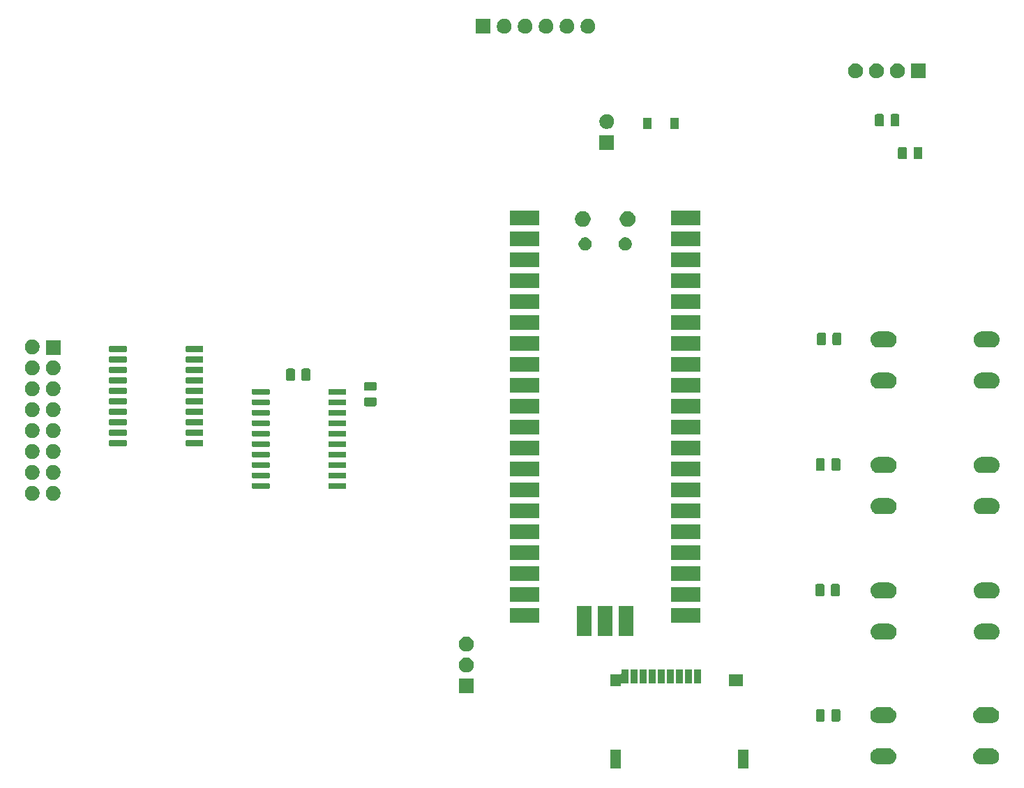
<source format=gbr>
G04 #@! TF.GenerationSoftware,KiCad,Pcbnew,5.1.5+dfsg1-2build2*
G04 #@! TF.CreationDate,2021-07-02T10:02:58+01:00*
G04 #@! TF.ProjectId,pak_breakout,70616b5f-6272-4656-916b-6f75742e6b69,rev?*
G04 #@! TF.SameCoordinates,Original*
G04 #@! TF.FileFunction,Soldermask,Top*
G04 #@! TF.FilePolarity,Negative*
%FSLAX46Y46*%
G04 Gerber Fmt 4.6, Leading zero omitted, Abs format (unit mm)*
G04 Created by KiCad (PCBNEW 5.1.5+dfsg1-2build2) date 2021-07-02 10:02:58*
%MOMM*%
%LPD*%
G04 APERTURE LIST*
%ADD10C,0.100000*%
G04 APERTURE END LIST*
D10*
G36*
X410401000Y-278751000D02*
G01*
X409099000Y-278751000D01*
X409099000Y-276449000D01*
X410401000Y-276449000D01*
X410401000Y-278751000D01*
G37*
G36*
X394901000Y-278751000D02*
G01*
X393599000Y-278751000D01*
X393599000Y-276449000D01*
X394901000Y-276449000D01*
X394901000Y-278751000D01*
G37*
G36*
X427444739Y-276278707D02*
G01*
X427540329Y-276288122D01*
X427724306Y-276343931D01*
X427724309Y-276343932D01*
X427814225Y-276391994D01*
X427893860Y-276434559D01*
X427911456Y-276449000D01*
X428042476Y-276556524D01*
X428126546Y-276658965D01*
X428164441Y-276705140D01*
X428207006Y-276784775D01*
X428255068Y-276874691D01*
X428255069Y-276874694D01*
X428310878Y-277058671D01*
X428329722Y-277250000D01*
X428310878Y-277441329D01*
X428255069Y-277625306D01*
X428255068Y-277625309D01*
X428207006Y-277715225D01*
X428164441Y-277794860D01*
X428126546Y-277841035D01*
X428042476Y-277943476D01*
X427940035Y-278027546D01*
X427893860Y-278065441D01*
X427814225Y-278108006D01*
X427724309Y-278156068D01*
X427724306Y-278156069D01*
X427540329Y-278211878D01*
X427444739Y-278221293D01*
X427396945Y-278226000D01*
X426103055Y-278226000D01*
X426055261Y-278221293D01*
X425959671Y-278211878D01*
X425775694Y-278156069D01*
X425775691Y-278156068D01*
X425685775Y-278108006D01*
X425606140Y-278065441D01*
X425559965Y-278027546D01*
X425457524Y-277943476D01*
X425373454Y-277841035D01*
X425335559Y-277794860D01*
X425292994Y-277715225D01*
X425244932Y-277625309D01*
X425244931Y-277625306D01*
X425189122Y-277441329D01*
X425170278Y-277250000D01*
X425189122Y-277058671D01*
X425244931Y-276874694D01*
X425244932Y-276874691D01*
X425292994Y-276784775D01*
X425335559Y-276705140D01*
X425373454Y-276658965D01*
X425457524Y-276556524D01*
X425588544Y-276449000D01*
X425606140Y-276434559D01*
X425685775Y-276391994D01*
X425775691Y-276343932D01*
X425775694Y-276343931D01*
X425959671Y-276288122D01*
X426055261Y-276278707D01*
X426103055Y-276274000D01*
X427396945Y-276274000D01*
X427444739Y-276278707D01*
G37*
G36*
X439944739Y-276278707D02*
G01*
X440040329Y-276288122D01*
X440224306Y-276343931D01*
X440224309Y-276343932D01*
X440314225Y-276391994D01*
X440393860Y-276434559D01*
X440411456Y-276449000D01*
X440542476Y-276556524D01*
X440626546Y-276658965D01*
X440664441Y-276705140D01*
X440707006Y-276784775D01*
X440755068Y-276874691D01*
X440755069Y-276874694D01*
X440810878Y-277058671D01*
X440829722Y-277250000D01*
X440810878Y-277441329D01*
X440755069Y-277625306D01*
X440755068Y-277625309D01*
X440707006Y-277715225D01*
X440664441Y-277794860D01*
X440626546Y-277841035D01*
X440542476Y-277943476D01*
X440440035Y-278027546D01*
X440393860Y-278065441D01*
X440314225Y-278108006D01*
X440224309Y-278156068D01*
X440224306Y-278156069D01*
X440040329Y-278211878D01*
X439944739Y-278221293D01*
X439896945Y-278226000D01*
X438603055Y-278226000D01*
X438555261Y-278221293D01*
X438459671Y-278211878D01*
X438275694Y-278156069D01*
X438275691Y-278156068D01*
X438185775Y-278108006D01*
X438106140Y-278065441D01*
X438059965Y-278027546D01*
X437957524Y-277943476D01*
X437873454Y-277841035D01*
X437835559Y-277794860D01*
X437792994Y-277715225D01*
X437744932Y-277625309D01*
X437744931Y-277625306D01*
X437689122Y-277441329D01*
X437670278Y-277250000D01*
X437689122Y-277058671D01*
X437744931Y-276874694D01*
X437744932Y-276874691D01*
X437792994Y-276784775D01*
X437835559Y-276705140D01*
X437873454Y-276658965D01*
X437957524Y-276556524D01*
X438088544Y-276449000D01*
X438106140Y-276434559D01*
X438185775Y-276391994D01*
X438275691Y-276343932D01*
X438275694Y-276343931D01*
X438459671Y-276288122D01*
X438555261Y-276278707D01*
X438603055Y-276274000D01*
X439896945Y-276274000D01*
X439944739Y-276278707D01*
G37*
G36*
X427444739Y-271278707D02*
G01*
X427540329Y-271288122D01*
X427724306Y-271343931D01*
X427724309Y-271343932D01*
X427814225Y-271391994D01*
X427893860Y-271434559D01*
X427940035Y-271472454D01*
X428042476Y-271556524D01*
X428126546Y-271658965D01*
X428164441Y-271705140D01*
X428170097Y-271715722D01*
X428255068Y-271874691D01*
X428255069Y-271874694D01*
X428310878Y-272058671D01*
X428329722Y-272250000D01*
X428310878Y-272441329D01*
X428255069Y-272625306D01*
X428255068Y-272625309D01*
X428207006Y-272715225D01*
X428164441Y-272794860D01*
X428131935Y-272834468D01*
X428042476Y-272943476D01*
X427940035Y-273027546D01*
X427893860Y-273065441D01*
X427814225Y-273108006D01*
X427724309Y-273156068D01*
X427724306Y-273156069D01*
X427540329Y-273211878D01*
X427444739Y-273221293D01*
X427396945Y-273226000D01*
X426103055Y-273226000D01*
X426055261Y-273221293D01*
X425959671Y-273211878D01*
X425775694Y-273156069D01*
X425775691Y-273156068D01*
X425685775Y-273108006D01*
X425606140Y-273065441D01*
X425559965Y-273027546D01*
X425457524Y-272943476D01*
X425368065Y-272834468D01*
X425335559Y-272794860D01*
X425292994Y-272715225D01*
X425244932Y-272625309D01*
X425244931Y-272625306D01*
X425189122Y-272441329D01*
X425170278Y-272250000D01*
X425189122Y-272058671D01*
X425244931Y-271874694D01*
X425244932Y-271874691D01*
X425329903Y-271715722D01*
X425335559Y-271705140D01*
X425373454Y-271658965D01*
X425457524Y-271556524D01*
X425559965Y-271472454D01*
X425606140Y-271434559D01*
X425685775Y-271391994D01*
X425775691Y-271343932D01*
X425775694Y-271343931D01*
X425959671Y-271288122D01*
X426055261Y-271278707D01*
X426103055Y-271274000D01*
X427396945Y-271274000D01*
X427444739Y-271278707D01*
G37*
G36*
X439944739Y-271278707D02*
G01*
X440040329Y-271288122D01*
X440224306Y-271343931D01*
X440224309Y-271343932D01*
X440314225Y-271391994D01*
X440393860Y-271434559D01*
X440440035Y-271472454D01*
X440542476Y-271556524D01*
X440626546Y-271658965D01*
X440664441Y-271705140D01*
X440670097Y-271715722D01*
X440755068Y-271874691D01*
X440755069Y-271874694D01*
X440810878Y-272058671D01*
X440829722Y-272250000D01*
X440810878Y-272441329D01*
X440755069Y-272625306D01*
X440755068Y-272625309D01*
X440707006Y-272715225D01*
X440664441Y-272794860D01*
X440631935Y-272834468D01*
X440542476Y-272943476D01*
X440440035Y-273027546D01*
X440393860Y-273065441D01*
X440314225Y-273108006D01*
X440224309Y-273156068D01*
X440224306Y-273156069D01*
X440040329Y-273211878D01*
X439944739Y-273221293D01*
X439896945Y-273226000D01*
X438603055Y-273226000D01*
X438555261Y-273221293D01*
X438459671Y-273211878D01*
X438275694Y-273156069D01*
X438275691Y-273156068D01*
X438185775Y-273108006D01*
X438106140Y-273065441D01*
X438059965Y-273027546D01*
X437957524Y-272943476D01*
X437868065Y-272834468D01*
X437835559Y-272794860D01*
X437792994Y-272715225D01*
X437744932Y-272625309D01*
X437744931Y-272625306D01*
X437689122Y-272441329D01*
X437670278Y-272250000D01*
X437689122Y-272058671D01*
X437744931Y-271874694D01*
X437744932Y-271874691D01*
X437829903Y-271715722D01*
X437835559Y-271705140D01*
X437873454Y-271658965D01*
X437957524Y-271556524D01*
X438059965Y-271472454D01*
X438106140Y-271434559D01*
X438185775Y-271391994D01*
X438275691Y-271343932D01*
X438275694Y-271343931D01*
X438459671Y-271288122D01*
X438555261Y-271278707D01*
X438603055Y-271274000D01*
X439896945Y-271274000D01*
X439944739Y-271278707D01*
G37*
G36*
X419496968Y-271503565D02*
G01*
X419535638Y-271515296D01*
X419571277Y-271534346D01*
X419602517Y-271559983D01*
X419628154Y-271591223D01*
X419647204Y-271626862D01*
X419658935Y-271665532D01*
X419663500Y-271711888D01*
X419663500Y-272788112D01*
X419658935Y-272834468D01*
X419647204Y-272873138D01*
X419628154Y-272908777D01*
X419602517Y-272940017D01*
X419571277Y-272965654D01*
X419535638Y-272984704D01*
X419496968Y-272996435D01*
X419450612Y-273001000D01*
X418799388Y-273001000D01*
X418753032Y-272996435D01*
X418714362Y-272984704D01*
X418678723Y-272965654D01*
X418647483Y-272940017D01*
X418621846Y-272908777D01*
X418602796Y-272873138D01*
X418591065Y-272834468D01*
X418586500Y-272788112D01*
X418586500Y-271711888D01*
X418591065Y-271665532D01*
X418602796Y-271626862D01*
X418621846Y-271591223D01*
X418647483Y-271559983D01*
X418678723Y-271534346D01*
X418714362Y-271515296D01*
X418753032Y-271503565D01*
X418799388Y-271499000D01*
X419450612Y-271499000D01*
X419496968Y-271503565D01*
G37*
G36*
X421371968Y-271503565D02*
G01*
X421410638Y-271515296D01*
X421446277Y-271534346D01*
X421477517Y-271559983D01*
X421503154Y-271591223D01*
X421522204Y-271626862D01*
X421533935Y-271665532D01*
X421538500Y-271711888D01*
X421538500Y-272788112D01*
X421533935Y-272834468D01*
X421522204Y-272873138D01*
X421503154Y-272908777D01*
X421477517Y-272940017D01*
X421446277Y-272965654D01*
X421410638Y-272984704D01*
X421371968Y-272996435D01*
X421325612Y-273001000D01*
X420674388Y-273001000D01*
X420628032Y-272996435D01*
X420589362Y-272984704D01*
X420553723Y-272965654D01*
X420522483Y-272940017D01*
X420496846Y-272908777D01*
X420477796Y-272873138D01*
X420466065Y-272834468D01*
X420461500Y-272788112D01*
X420461500Y-271711888D01*
X420466065Y-271665532D01*
X420477796Y-271626862D01*
X420496846Y-271591223D01*
X420522483Y-271559983D01*
X420553723Y-271534346D01*
X420589362Y-271515296D01*
X420628032Y-271503565D01*
X420674388Y-271499000D01*
X421325612Y-271499000D01*
X421371968Y-271503565D01*
G37*
G36*
X377051000Y-269581000D02*
G01*
X375249000Y-269581000D01*
X375249000Y-267779000D01*
X377051000Y-267779000D01*
X377051000Y-269581000D01*
G37*
G36*
X395801000Y-268351000D02*
G01*
X395025999Y-268351000D01*
X395001613Y-268353402D01*
X394978164Y-268360515D01*
X394956553Y-268372066D01*
X394937611Y-268387611D01*
X394922066Y-268406553D01*
X394910515Y-268428164D01*
X394903402Y-268451613D01*
X394901000Y-268475999D01*
X394901000Y-268751000D01*
X393599000Y-268751000D01*
X393599000Y-267249000D01*
X394874001Y-267249000D01*
X394898387Y-267246598D01*
X394921836Y-267239485D01*
X394943447Y-267227934D01*
X394962389Y-267212389D01*
X394977934Y-267193447D01*
X394989485Y-267171836D01*
X394996598Y-267148387D01*
X394999000Y-267124001D01*
X394999000Y-266649000D01*
X395801000Y-266649000D01*
X395801000Y-268351000D01*
G37*
G36*
X409701000Y-268751000D02*
G01*
X407999000Y-268751000D01*
X407999000Y-267249000D01*
X409701000Y-267249000D01*
X409701000Y-268751000D01*
G37*
G36*
X399101000Y-268351000D02*
G01*
X398299000Y-268351000D01*
X398299000Y-266649000D01*
X399101000Y-266649000D01*
X399101000Y-268351000D01*
G37*
G36*
X402401000Y-268351000D02*
G01*
X401599000Y-268351000D01*
X401599000Y-266649000D01*
X402401000Y-266649000D01*
X402401000Y-268351000D01*
G37*
G36*
X403501000Y-268351000D02*
G01*
X402699000Y-268351000D01*
X402699000Y-266649000D01*
X403501000Y-266649000D01*
X403501000Y-268351000D01*
G37*
G36*
X404601000Y-268351000D02*
G01*
X403799000Y-268351000D01*
X403799000Y-266649000D01*
X404601000Y-266649000D01*
X404601000Y-268351000D01*
G37*
G36*
X400201000Y-268351000D02*
G01*
X399399000Y-268351000D01*
X399399000Y-266649000D01*
X400201000Y-266649000D01*
X400201000Y-268351000D01*
G37*
G36*
X396901000Y-268351000D02*
G01*
X396099000Y-268351000D01*
X396099000Y-266649000D01*
X396901000Y-266649000D01*
X396901000Y-268351000D01*
G37*
G36*
X398001000Y-268351000D02*
G01*
X397199000Y-268351000D01*
X397199000Y-266649000D01*
X398001000Y-266649000D01*
X398001000Y-268351000D01*
G37*
G36*
X401301000Y-268351000D02*
G01*
X400499000Y-268351000D01*
X400499000Y-266649000D01*
X401301000Y-266649000D01*
X401301000Y-268351000D01*
G37*
G36*
X376263512Y-265243927D02*
G01*
X376412812Y-265273624D01*
X376576784Y-265341544D01*
X376724354Y-265440147D01*
X376849853Y-265565646D01*
X376948456Y-265713216D01*
X377016376Y-265877188D01*
X377051000Y-266051259D01*
X377051000Y-266228741D01*
X377016376Y-266402812D01*
X376948456Y-266566784D01*
X376849853Y-266714354D01*
X376724354Y-266839853D01*
X376576784Y-266938456D01*
X376412812Y-267006376D01*
X376263512Y-267036073D01*
X376238742Y-267041000D01*
X376061258Y-267041000D01*
X376036488Y-267036073D01*
X375887188Y-267006376D01*
X375723216Y-266938456D01*
X375575646Y-266839853D01*
X375450147Y-266714354D01*
X375351544Y-266566784D01*
X375283624Y-266402812D01*
X375249000Y-266228741D01*
X375249000Y-266051259D01*
X375283624Y-265877188D01*
X375351544Y-265713216D01*
X375450147Y-265565646D01*
X375575646Y-265440147D01*
X375723216Y-265341544D01*
X375887188Y-265273624D01*
X376036488Y-265243927D01*
X376061258Y-265239000D01*
X376238742Y-265239000D01*
X376263512Y-265243927D01*
G37*
G36*
X376263512Y-262703927D02*
G01*
X376412812Y-262733624D01*
X376576784Y-262801544D01*
X376724354Y-262900147D01*
X376849853Y-263025646D01*
X376948456Y-263173216D01*
X377016376Y-263337188D01*
X377051000Y-263511259D01*
X377051000Y-263688741D01*
X377016376Y-263862812D01*
X376948456Y-264026784D01*
X376849853Y-264174354D01*
X376724354Y-264299853D01*
X376576784Y-264398456D01*
X376412812Y-264466376D01*
X376263512Y-264496073D01*
X376238742Y-264501000D01*
X376061258Y-264501000D01*
X376036488Y-264496073D01*
X375887188Y-264466376D01*
X375723216Y-264398456D01*
X375575646Y-264299853D01*
X375450147Y-264174354D01*
X375351544Y-264026784D01*
X375283624Y-263862812D01*
X375249000Y-263688741D01*
X375249000Y-263511259D01*
X375283624Y-263337188D01*
X375351544Y-263173216D01*
X375450147Y-263025646D01*
X375575646Y-262900147D01*
X375723216Y-262801544D01*
X375887188Y-262733624D01*
X376036488Y-262703927D01*
X376061258Y-262699000D01*
X376238742Y-262699000D01*
X376263512Y-262703927D01*
G37*
G36*
X427494739Y-261138707D02*
G01*
X427590329Y-261148122D01*
X427774306Y-261203931D01*
X427774309Y-261203932D01*
X427864225Y-261251994D01*
X427943860Y-261294559D01*
X427990035Y-261332454D01*
X428092476Y-261416524D01*
X428176546Y-261518965D01*
X428214441Y-261565140D01*
X428257006Y-261644775D01*
X428305068Y-261734691D01*
X428305069Y-261734694D01*
X428360878Y-261918671D01*
X428379722Y-262110000D01*
X428360878Y-262301329D01*
X428305069Y-262485306D01*
X428305068Y-262485309D01*
X428257006Y-262575225D01*
X428214441Y-262654860D01*
X428178216Y-262699000D01*
X428092476Y-262803476D01*
X427990035Y-262887546D01*
X427943860Y-262925441D01*
X427864225Y-262968006D01*
X427774309Y-263016068D01*
X427774306Y-263016069D01*
X427590329Y-263071878D01*
X427494739Y-263081293D01*
X427446945Y-263086000D01*
X426153055Y-263086000D01*
X426105261Y-263081293D01*
X426009671Y-263071878D01*
X425825694Y-263016069D01*
X425825691Y-263016068D01*
X425735775Y-262968006D01*
X425656140Y-262925441D01*
X425609965Y-262887546D01*
X425507524Y-262803476D01*
X425421784Y-262699000D01*
X425385559Y-262654860D01*
X425342994Y-262575225D01*
X425294932Y-262485309D01*
X425294931Y-262485306D01*
X425239122Y-262301329D01*
X425220278Y-262110000D01*
X425239122Y-261918671D01*
X425294931Y-261734694D01*
X425294932Y-261734691D01*
X425342994Y-261644775D01*
X425385559Y-261565140D01*
X425423454Y-261518965D01*
X425507524Y-261416524D01*
X425609965Y-261332454D01*
X425656140Y-261294559D01*
X425735775Y-261251994D01*
X425825691Y-261203932D01*
X425825694Y-261203931D01*
X426009671Y-261148122D01*
X426105261Y-261138707D01*
X426153055Y-261134000D01*
X427446945Y-261134000D01*
X427494739Y-261138707D01*
G37*
G36*
X439994739Y-261138707D02*
G01*
X440090329Y-261148122D01*
X440274306Y-261203931D01*
X440274309Y-261203932D01*
X440364225Y-261251994D01*
X440443860Y-261294559D01*
X440490035Y-261332454D01*
X440592476Y-261416524D01*
X440676546Y-261518965D01*
X440714441Y-261565140D01*
X440757006Y-261644775D01*
X440805068Y-261734691D01*
X440805069Y-261734694D01*
X440860878Y-261918671D01*
X440879722Y-262110000D01*
X440860878Y-262301329D01*
X440805069Y-262485306D01*
X440805068Y-262485309D01*
X440757006Y-262575225D01*
X440714441Y-262654860D01*
X440678216Y-262699000D01*
X440592476Y-262803476D01*
X440490035Y-262887546D01*
X440443860Y-262925441D01*
X440364225Y-262968006D01*
X440274309Y-263016068D01*
X440274306Y-263016069D01*
X440090329Y-263071878D01*
X439994739Y-263081293D01*
X439946945Y-263086000D01*
X438653055Y-263086000D01*
X438605261Y-263081293D01*
X438509671Y-263071878D01*
X438325694Y-263016069D01*
X438325691Y-263016068D01*
X438235775Y-262968006D01*
X438156140Y-262925441D01*
X438109965Y-262887546D01*
X438007524Y-262803476D01*
X437921784Y-262699000D01*
X437885559Y-262654860D01*
X437842994Y-262575225D01*
X437794932Y-262485309D01*
X437794931Y-262485306D01*
X437739122Y-262301329D01*
X437720278Y-262110000D01*
X437739122Y-261918671D01*
X437794931Y-261734694D01*
X437794932Y-261734691D01*
X437842994Y-261644775D01*
X437885559Y-261565140D01*
X437923454Y-261518965D01*
X438007524Y-261416524D01*
X438109965Y-261332454D01*
X438156140Y-261294559D01*
X438235775Y-261251994D01*
X438325691Y-261203932D01*
X438325694Y-261203931D01*
X438509671Y-261148122D01*
X438605261Y-261138707D01*
X438653055Y-261134000D01*
X439946945Y-261134000D01*
X439994739Y-261138707D01*
G37*
G36*
X391361000Y-262601000D02*
G01*
X389559000Y-262601000D01*
X389559000Y-258999000D01*
X391361000Y-258999000D01*
X391361000Y-262601000D01*
G37*
G36*
X396441000Y-262601000D02*
G01*
X394639000Y-262601000D01*
X394639000Y-258999000D01*
X396441000Y-258999000D01*
X396441000Y-262601000D01*
G37*
G36*
X393901000Y-262601000D02*
G01*
X392099000Y-262601000D01*
X392099000Y-258999000D01*
X393901000Y-258999000D01*
X393901000Y-262601000D01*
G37*
G36*
X404591000Y-261031000D02*
G01*
X400989000Y-261031000D01*
X400989000Y-259229000D01*
X404591000Y-259229000D01*
X404591000Y-261031000D01*
G37*
G36*
X385011000Y-261031000D02*
G01*
X381409000Y-261031000D01*
X381409000Y-259229000D01*
X385011000Y-259229000D01*
X385011000Y-261031000D01*
G37*
G36*
X385011000Y-258491000D02*
G01*
X381409000Y-258491000D01*
X381409000Y-256689000D01*
X385011000Y-256689000D01*
X385011000Y-258491000D01*
G37*
G36*
X404591000Y-258491000D02*
G01*
X400989000Y-258491000D01*
X400989000Y-256689000D01*
X404591000Y-256689000D01*
X404591000Y-258491000D01*
G37*
G36*
X427494739Y-256138707D02*
G01*
X427590329Y-256148122D01*
X427774306Y-256203931D01*
X427774309Y-256203932D01*
X427864225Y-256251994D01*
X427943860Y-256294559D01*
X427971807Y-256317495D01*
X428092476Y-256416524D01*
X428169097Y-256509888D01*
X428214441Y-256565140D01*
X428215034Y-256566250D01*
X428305068Y-256734691D01*
X428305069Y-256734694D01*
X428360878Y-256918671D01*
X428379722Y-257110000D01*
X428360878Y-257301329D01*
X428305069Y-257485306D01*
X428305068Y-257485309D01*
X428257006Y-257575225D01*
X428214441Y-257654860D01*
X428194842Y-257678741D01*
X428092476Y-257803476D01*
X427990035Y-257887546D01*
X427943860Y-257925441D01*
X427864225Y-257968006D01*
X427774309Y-258016068D01*
X427774306Y-258016069D01*
X427590329Y-258071878D01*
X427494739Y-258081293D01*
X427446945Y-258086000D01*
X426153055Y-258086000D01*
X426105261Y-258081293D01*
X426009671Y-258071878D01*
X425825694Y-258016069D01*
X425825691Y-258016068D01*
X425735775Y-257968006D01*
X425656140Y-257925441D01*
X425609965Y-257887546D01*
X425507524Y-257803476D01*
X425405158Y-257678741D01*
X425385559Y-257654860D01*
X425342994Y-257575225D01*
X425294932Y-257485309D01*
X425294931Y-257485306D01*
X425239122Y-257301329D01*
X425220278Y-257110000D01*
X425239122Y-256918671D01*
X425294931Y-256734694D01*
X425294932Y-256734691D01*
X425384966Y-256566250D01*
X425385559Y-256565140D01*
X425430903Y-256509888D01*
X425507524Y-256416524D01*
X425628193Y-256317495D01*
X425656140Y-256294559D01*
X425735775Y-256251994D01*
X425825691Y-256203932D01*
X425825694Y-256203931D01*
X426009671Y-256148122D01*
X426105261Y-256138707D01*
X426153055Y-256134000D01*
X427446945Y-256134000D01*
X427494739Y-256138707D01*
G37*
G36*
X439994739Y-256138707D02*
G01*
X440090329Y-256148122D01*
X440274306Y-256203931D01*
X440274309Y-256203932D01*
X440364225Y-256251994D01*
X440443860Y-256294559D01*
X440471807Y-256317495D01*
X440592476Y-256416524D01*
X440669097Y-256509888D01*
X440714441Y-256565140D01*
X440715034Y-256566250D01*
X440805068Y-256734691D01*
X440805069Y-256734694D01*
X440860878Y-256918671D01*
X440879722Y-257110000D01*
X440860878Y-257301329D01*
X440805069Y-257485306D01*
X440805068Y-257485309D01*
X440757006Y-257575225D01*
X440714441Y-257654860D01*
X440694842Y-257678741D01*
X440592476Y-257803476D01*
X440490035Y-257887546D01*
X440443860Y-257925441D01*
X440364225Y-257968006D01*
X440274309Y-258016068D01*
X440274306Y-258016069D01*
X440090329Y-258071878D01*
X439994739Y-258081293D01*
X439946945Y-258086000D01*
X438653055Y-258086000D01*
X438605261Y-258081293D01*
X438509671Y-258071878D01*
X438325694Y-258016069D01*
X438325691Y-258016068D01*
X438235775Y-257968006D01*
X438156140Y-257925441D01*
X438109965Y-257887546D01*
X438007524Y-257803476D01*
X437905158Y-257678741D01*
X437885559Y-257654860D01*
X437842994Y-257575225D01*
X437794932Y-257485309D01*
X437794931Y-257485306D01*
X437739122Y-257301329D01*
X437720278Y-257110000D01*
X437739122Y-256918671D01*
X437794931Y-256734694D01*
X437794932Y-256734691D01*
X437884966Y-256566250D01*
X437885559Y-256565140D01*
X437930903Y-256509888D01*
X438007524Y-256416524D01*
X438128193Y-256317495D01*
X438156140Y-256294559D01*
X438235775Y-256251994D01*
X438325691Y-256203932D01*
X438325694Y-256203931D01*
X438509671Y-256148122D01*
X438605261Y-256138707D01*
X438653055Y-256134000D01*
X439946945Y-256134000D01*
X439994739Y-256138707D01*
G37*
G36*
X421309468Y-256301565D02*
G01*
X421348138Y-256313296D01*
X421383777Y-256332346D01*
X421415017Y-256357983D01*
X421440654Y-256389223D01*
X421459704Y-256424862D01*
X421471435Y-256463532D01*
X421476000Y-256509888D01*
X421476000Y-257586112D01*
X421471435Y-257632468D01*
X421459704Y-257671138D01*
X421440654Y-257706777D01*
X421415017Y-257738017D01*
X421383777Y-257763654D01*
X421348138Y-257782704D01*
X421309468Y-257794435D01*
X421263112Y-257799000D01*
X420611888Y-257799000D01*
X420565532Y-257794435D01*
X420526862Y-257782704D01*
X420491223Y-257763654D01*
X420459983Y-257738017D01*
X420434346Y-257706777D01*
X420415296Y-257671138D01*
X420403565Y-257632468D01*
X420399000Y-257586112D01*
X420399000Y-256509888D01*
X420403565Y-256463532D01*
X420415296Y-256424862D01*
X420434346Y-256389223D01*
X420459983Y-256357983D01*
X420491223Y-256332346D01*
X420526862Y-256313296D01*
X420565532Y-256301565D01*
X420611888Y-256297000D01*
X421263112Y-256297000D01*
X421309468Y-256301565D01*
G37*
G36*
X419434468Y-256301565D02*
G01*
X419473138Y-256313296D01*
X419508777Y-256332346D01*
X419540017Y-256357983D01*
X419565654Y-256389223D01*
X419584704Y-256424862D01*
X419596435Y-256463532D01*
X419601000Y-256509888D01*
X419601000Y-257586112D01*
X419596435Y-257632468D01*
X419584704Y-257671138D01*
X419565654Y-257706777D01*
X419540017Y-257738017D01*
X419508777Y-257763654D01*
X419473138Y-257782704D01*
X419434468Y-257794435D01*
X419388112Y-257799000D01*
X418736888Y-257799000D01*
X418690532Y-257794435D01*
X418651862Y-257782704D01*
X418616223Y-257763654D01*
X418584983Y-257738017D01*
X418559346Y-257706777D01*
X418540296Y-257671138D01*
X418528565Y-257632468D01*
X418524000Y-257586112D01*
X418524000Y-256509888D01*
X418528565Y-256463532D01*
X418540296Y-256424862D01*
X418559346Y-256389223D01*
X418584983Y-256357983D01*
X418616223Y-256332346D01*
X418651862Y-256313296D01*
X418690532Y-256301565D01*
X418736888Y-256297000D01*
X419388112Y-256297000D01*
X419434468Y-256301565D01*
G37*
G36*
X404591000Y-255951000D02*
G01*
X400989000Y-255951000D01*
X400989000Y-254149000D01*
X404591000Y-254149000D01*
X404591000Y-255951000D01*
G37*
G36*
X385011000Y-255951000D02*
G01*
X381409000Y-255951000D01*
X381409000Y-254149000D01*
X385011000Y-254149000D01*
X385011000Y-255951000D01*
G37*
G36*
X385011000Y-253411000D02*
G01*
X381409000Y-253411000D01*
X381409000Y-251609000D01*
X385011000Y-251609000D01*
X385011000Y-253411000D01*
G37*
G36*
X404591000Y-253411000D02*
G01*
X400989000Y-253411000D01*
X400989000Y-251609000D01*
X404591000Y-251609000D01*
X404591000Y-253411000D01*
G37*
G36*
X404591000Y-250871000D02*
G01*
X400989000Y-250871000D01*
X400989000Y-249069000D01*
X404591000Y-249069000D01*
X404591000Y-250871000D01*
G37*
G36*
X385011000Y-250871000D02*
G01*
X381409000Y-250871000D01*
X381409000Y-249069000D01*
X385011000Y-249069000D01*
X385011000Y-250871000D01*
G37*
G36*
X385011000Y-248331000D02*
G01*
X381409000Y-248331000D01*
X381409000Y-246529000D01*
X385011000Y-246529000D01*
X385011000Y-248331000D01*
G37*
G36*
X404591000Y-248331000D02*
G01*
X400989000Y-248331000D01*
X400989000Y-246529000D01*
X404591000Y-246529000D01*
X404591000Y-248331000D01*
G37*
G36*
X427494739Y-245898707D02*
G01*
X427590329Y-245908122D01*
X427774306Y-245963931D01*
X427774309Y-245963932D01*
X427841510Y-245999852D01*
X427943860Y-246054559D01*
X427990035Y-246092454D01*
X428092476Y-246176524D01*
X428176546Y-246278965D01*
X428214441Y-246325140D01*
X428257006Y-246404775D01*
X428305068Y-246494691D01*
X428305069Y-246494694D01*
X428360878Y-246678671D01*
X428379722Y-246870000D01*
X428360878Y-247061329D01*
X428328766Y-247167188D01*
X428305068Y-247245309D01*
X428257006Y-247335225D01*
X428214441Y-247414860D01*
X428176546Y-247461035D01*
X428092476Y-247563476D01*
X427990035Y-247647546D01*
X427943860Y-247685441D01*
X427864225Y-247728006D01*
X427774309Y-247776068D01*
X427774306Y-247776069D01*
X427590329Y-247831878D01*
X427494739Y-247841293D01*
X427446945Y-247846000D01*
X426153055Y-247846000D01*
X426105261Y-247841293D01*
X426009671Y-247831878D01*
X425825694Y-247776069D01*
X425825691Y-247776068D01*
X425735775Y-247728006D01*
X425656140Y-247685441D01*
X425609965Y-247647546D01*
X425507524Y-247563476D01*
X425423454Y-247461035D01*
X425385559Y-247414860D01*
X425342994Y-247335225D01*
X425294932Y-247245309D01*
X425271234Y-247167188D01*
X425239122Y-247061329D01*
X425220278Y-246870000D01*
X425239122Y-246678671D01*
X425294931Y-246494694D01*
X425294932Y-246494691D01*
X425342994Y-246404775D01*
X425385559Y-246325140D01*
X425423454Y-246278965D01*
X425507524Y-246176524D01*
X425609965Y-246092454D01*
X425656140Y-246054559D01*
X425758490Y-245999852D01*
X425825691Y-245963932D01*
X425825694Y-245963931D01*
X426009671Y-245908122D01*
X426105261Y-245898707D01*
X426153055Y-245894000D01*
X427446945Y-245894000D01*
X427494739Y-245898707D01*
G37*
G36*
X439994739Y-245898707D02*
G01*
X440090329Y-245908122D01*
X440274306Y-245963931D01*
X440274309Y-245963932D01*
X440341510Y-245999852D01*
X440443860Y-246054559D01*
X440490035Y-246092454D01*
X440592476Y-246176524D01*
X440676546Y-246278965D01*
X440714441Y-246325140D01*
X440757006Y-246404775D01*
X440805068Y-246494691D01*
X440805069Y-246494694D01*
X440860878Y-246678671D01*
X440879722Y-246870000D01*
X440860878Y-247061329D01*
X440828766Y-247167188D01*
X440805068Y-247245309D01*
X440757006Y-247335225D01*
X440714441Y-247414860D01*
X440676546Y-247461035D01*
X440592476Y-247563476D01*
X440490035Y-247647546D01*
X440443860Y-247685441D01*
X440364225Y-247728006D01*
X440274309Y-247776068D01*
X440274306Y-247776069D01*
X440090329Y-247831878D01*
X439994739Y-247841293D01*
X439946945Y-247846000D01*
X438653055Y-247846000D01*
X438605261Y-247841293D01*
X438509671Y-247831878D01*
X438325694Y-247776069D01*
X438325691Y-247776068D01*
X438235775Y-247728006D01*
X438156140Y-247685441D01*
X438109965Y-247647546D01*
X438007524Y-247563476D01*
X437923454Y-247461035D01*
X437885559Y-247414860D01*
X437842994Y-247335225D01*
X437794932Y-247245309D01*
X437771234Y-247167188D01*
X437739122Y-247061329D01*
X437720278Y-246870000D01*
X437739122Y-246678671D01*
X437794931Y-246494694D01*
X437794932Y-246494691D01*
X437842994Y-246404775D01*
X437885559Y-246325140D01*
X437923454Y-246278965D01*
X438007524Y-246176524D01*
X438109965Y-246092454D01*
X438156140Y-246054559D01*
X438258490Y-245999852D01*
X438325691Y-245963932D01*
X438325694Y-245963931D01*
X438509671Y-245908122D01*
X438605261Y-245898707D01*
X438653055Y-245894000D01*
X439946945Y-245894000D01*
X439994739Y-245898707D01*
G37*
G36*
X323573512Y-244403927D02*
G01*
X323722812Y-244433624D01*
X323886784Y-244501544D01*
X324034354Y-244600147D01*
X324159853Y-244725646D01*
X324258456Y-244873216D01*
X324326376Y-245037188D01*
X324361000Y-245211259D01*
X324361000Y-245388741D01*
X324326376Y-245562812D01*
X324258456Y-245726784D01*
X324159853Y-245874354D01*
X324034354Y-245999853D01*
X323886784Y-246098456D01*
X323722812Y-246166376D01*
X323573512Y-246196073D01*
X323548742Y-246201000D01*
X323371258Y-246201000D01*
X323346488Y-246196073D01*
X323197188Y-246166376D01*
X323033216Y-246098456D01*
X322885646Y-245999853D01*
X322760147Y-245874354D01*
X322661544Y-245726784D01*
X322593624Y-245562812D01*
X322559000Y-245388741D01*
X322559000Y-245211259D01*
X322593624Y-245037188D01*
X322661544Y-244873216D01*
X322760147Y-244725646D01*
X322885646Y-244600147D01*
X323033216Y-244501544D01*
X323197188Y-244433624D01*
X323346488Y-244403927D01*
X323371258Y-244399000D01*
X323548742Y-244399000D01*
X323573512Y-244403927D01*
G37*
G36*
X326113512Y-244403927D02*
G01*
X326262812Y-244433624D01*
X326426784Y-244501544D01*
X326574354Y-244600147D01*
X326699853Y-244725646D01*
X326798456Y-244873216D01*
X326866376Y-245037188D01*
X326901000Y-245211259D01*
X326901000Y-245388741D01*
X326866376Y-245562812D01*
X326798456Y-245726784D01*
X326699853Y-245874354D01*
X326574354Y-245999853D01*
X326426784Y-246098456D01*
X326262812Y-246166376D01*
X326113512Y-246196073D01*
X326088742Y-246201000D01*
X325911258Y-246201000D01*
X325886488Y-246196073D01*
X325737188Y-246166376D01*
X325573216Y-246098456D01*
X325425646Y-245999853D01*
X325300147Y-245874354D01*
X325201544Y-245726784D01*
X325133624Y-245562812D01*
X325099000Y-245388741D01*
X325099000Y-245211259D01*
X325133624Y-245037188D01*
X325201544Y-244873216D01*
X325300147Y-244725646D01*
X325425646Y-244600147D01*
X325573216Y-244501544D01*
X325737188Y-244433624D01*
X325886488Y-244403927D01*
X325911258Y-244399000D01*
X326088742Y-244399000D01*
X326113512Y-244403927D01*
G37*
G36*
X385011000Y-245791000D02*
G01*
X381409000Y-245791000D01*
X381409000Y-243989000D01*
X385011000Y-243989000D01*
X385011000Y-245791000D01*
G37*
G36*
X404591000Y-245791000D02*
G01*
X400989000Y-245791000D01*
X400989000Y-243989000D01*
X404591000Y-243989000D01*
X404591000Y-245791000D01*
G37*
G36*
X352184928Y-244041764D02*
G01*
X352206009Y-244048160D01*
X352225445Y-244058548D01*
X352242476Y-244072524D01*
X352256452Y-244089555D01*
X352266840Y-244108991D01*
X352273236Y-244130072D01*
X352276000Y-244158140D01*
X352276000Y-244621860D01*
X352273236Y-244649928D01*
X352266840Y-244671009D01*
X352256452Y-244690445D01*
X352242476Y-244707476D01*
X352225445Y-244721452D01*
X352206009Y-244731840D01*
X352184928Y-244738236D01*
X352156860Y-244741000D01*
X350243140Y-244741000D01*
X350215072Y-244738236D01*
X350193991Y-244731840D01*
X350174555Y-244721452D01*
X350157524Y-244707476D01*
X350143548Y-244690445D01*
X350133160Y-244671009D01*
X350126764Y-244649928D01*
X350124000Y-244621860D01*
X350124000Y-244158140D01*
X350126764Y-244130072D01*
X350133160Y-244108991D01*
X350143548Y-244089555D01*
X350157524Y-244072524D01*
X350174555Y-244058548D01*
X350193991Y-244048160D01*
X350215072Y-244041764D01*
X350243140Y-244039000D01*
X352156860Y-244039000D01*
X352184928Y-244041764D01*
G37*
G36*
X361484928Y-244041764D02*
G01*
X361506009Y-244048160D01*
X361525445Y-244058548D01*
X361542476Y-244072524D01*
X361556452Y-244089555D01*
X361566840Y-244108991D01*
X361573236Y-244130072D01*
X361576000Y-244158140D01*
X361576000Y-244621860D01*
X361573236Y-244649928D01*
X361566840Y-244671009D01*
X361556452Y-244690445D01*
X361542476Y-244707476D01*
X361525445Y-244721452D01*
X361506009Y-244731840D01*
X361484928Y-244738236D01*
X361456860Y-244741000D01*
X359543140Y-244741000D01*
X359515072Y-244738236D01*
X359493991Y-244731840D01*
X359474555Y-244721452D01*
X359457524Y-244707476D01*
X359443548Y-244690445D01*
X359433160Y-244671009D01*
X359426764Y-244649928D01*
X359424000Y-244621860D01*
X359424000Y-244158140D01*
X359426764Y-244130072D01*
X359433160Y-244108991D01*
X359443548Y-244089555D01*
X359457524Y-244072524D01*
X359474555Y-244058548D01*
X359493991Y-244048160D01*
X359515072Y-244041764D01*
X359543140Y-244039000D01*
X361456860Y-244039000D01*
X361484928Y-244041764D01*
G37*
G36*
X323573512Y-241863927D02*
G01*
X323722812Y-241893624D01*
X323886784Y-241961544D01*
X324034354Y-242060147D01*
X324159853Y-242185646D01*
X324258456Y-242333216D01*
X324326376Y-242497188D01*
X324361000Y-242671259D01*
X324361000Y-242848741D01*
X324326376Y-243022812D01*
X324258456Y-243186784D01*
X324159853Y-243334354D01*
X324034354Y-243459853D01*
X323886784Y-243558456D01*
X323722812Y-243626376D01*
X323573512Y-243656073D01*
X323548742Y-243661000D01*
X323371258Y-243661000D01*
X323346488Y-243656073D01*
X323197188Y-243626376D01*
X323033216Y-243558456D01*
X322885646Y-243459853D01*
X322760147Y-243334354D01*
X322661544Y-243186784D01*
X322593624Y-243022812D01*
X322559000Y-242848741D01*
X322559000Y-242671259D01*
X322593624Y-242497188D01*
X322661544Y-242333216D01*
X322760147Y-242185646D01*
X322885646Y-242060147D01*
X323033216Y-241961544D01*
X323197188Y-241893624D01*
X323346488Y-241863927D01*
X323371258Y-241859000D01*
X323548742Y-241859000D01*
X323573512Y-241863927D01*
G37*
G36*
X326113512Y-241863927D02*
G01*
X326262812Y-241893624D01*
X326426784Y-241961544D01*
X326574354Y-242060147D01*
X326699853Y-242185646D01*
X326798456Y-242333216D01*
X326866376Y-242497188D01*
X326901000Y-242671259D01*
X326901000Y-242848741D01*
X326866376Y-243022812D01*
X326798456Y-243186784D01*
X326699853Y-243334354D01*
X326574354Y-243459853D01*
X326426784Y-243558456D01*
X326262812Y-243626376D01*
X326113512Y-243656073D01*
X326088742Y-243661000D01*
X325911258Y-243661000D01*
X325886488Y-243656073D01*
X325737188Y-243626376D01*
X325573216Y-243558456D01*
X325425646Y-243459853D01*
X325300147Y-243334354D01*
X325201544Y-243186784D01*
X325133624Y-243022812D01*
X325099000Y-242848741D01*
X325099000Y-242671259D01*
X325133624Y-242497188D01*
X325201544Y-242333216D01*
X325300147Y-242185646D01*
X325425646Y-242060147D01*
X325573216Y-241961544D01*
X325737188Y-241893624D01*
X325886488Y-241863927D01*
X325911258Y-241859000D01*
X326088742Y-241859000D01*
X326113512Y-241863927D01*
G37*
G36*
X352184928Y-242771764D02*
G01*
X352206009Y-242778160D01*
X352225445Y-242788548D01*
X352242476Y-242802524D01*
X352256452Y-242819555D01*
X352266840Y-242838991D01*
X352273236Y-242860072D01*
X352276000Y-242888140D01*
X352276000Y-243351860D01*
X352273236Y-243379928D01*
X352266840Y-243401009D01*
X352256452Y-243420445D01*
X352242476Y-243437476D01*
X352225445Y-243451452D01*
X352206009Y-243461840D01*
X352184928Y-243468236D01*
X352156860Y-243471000D01*
X350243140Y-243471000D01*
X350215072Y-243468236D01*
X350193991Y-243461840D01*
X350174555Y-243451452D01*
X350157524Y-243437476D01*
X350143548Y-243420445D01*
X350133160Y-243401009D01*
X350126764Y-243379928D01*
X350124000Y-243351860D01*
X350124000Y-242888140D01*
X350126764Y-242860072D01*
X350133160Y-242838991D01*
X350143548Y-242819555D01*
X350157524Y-242802524D01*
X350174555Y-242788548D01*
X350193991Y-242778160D01*
X350215072Y-242771764D01*
X350243140Y-242769000D01*
X352156860Y-242769000D01*
X352184928Y-242771764D01*
G37*
G36*
X361484928Y-242771764D02*
G01*
X361506009Y-242778160D01*
X361525445Y-242788548D01*
X361542476Y-242802524D01*
X361556452Y-242819555D01*
X361566840Y-242838991D01*
X361573236Y-242860072D01*
X361576000Y-242888140D01*
X361576000Y-243351860D01*
X361573236Y-243379928D01*
X361566840Y-243401009D01*
X361556452Y-243420445D01*
X361542476Y-243437476D01*
X361525445Y-243451452D01*
X361506009Y-243461840D01*
X361484928Y-243468236D01*
X361456860Y-243471000D01*
X359543140Y-243471000D01*
X359515072Y-243468236D01*
X359493991Y-243461840D01*
X359474555Y-243451452D01*
X359457524Y-243437476D01*
X359443548Y-243420445D01*
X359433160Y-243401009D01*
X359426764Y-243379928D01*
X359424000Y-243351860D01*
X359424000Y-242888140D01*
X359426764Y-242860072D01*
X359433160Y-242838991D01*
X359443548Y-242819555D01*
X359457524Y-242802524D01*
X359474555Y-242788548D01*
X359493991Y-242778160D01*
X359515072Y-242771764D01*
X359543140Y-242769000D01*
X361456860Y-242769000D01*
X361484928Y-242771764D01*
G37*
G36*
X404591000Y-243251000D02*
G01*
X400989000Y-243251000D01*
X400989000Y-241449000D01*
X404591000Y-241449000D01*
X404591000Y-243251000D01*
G37*
G36*
X385011000Y-243251000D02*
G01*
X381409000Y-243251000D01*
X381409000Y-241449000D01*
X385011000Y-241449000D01*
X385011000Y-243251000D01*
G37*
G36*
X427482237Y-240897476D02*
G01*
X427590329Y-240908122D01*
X427774306Y-240963931D01*
X427774309Y-240963932D01*
X427864225Y-241011994D01*
X427943860Y-241054559D01*
X427982629Y-241086376D01*
X428092476Y-241176524D01*
X428169097Y-241269888D01*
X428214441Y-241325140D01*
X428215034Y-241326250D01*
X428305068Y-241494691D01*
X428305069Y-241494694D01*
X428360878Y-241678671D01*
X428379722Y-241870000D01*
X428360878Y-242061329D01*
X428318509Y-242201000D01*
X428305068Y-242245309D01*
X428258080Y-242333216D01*
X428214441Y-242414860D01*
X428194353Y-242439337D01*
X428092476Y-242563476D01*
X427990035Y-242647546D01*
X427943860Y-242685441D01*
X427864225Y-242728006D01*
X427774309Y-242776068D01*
X427774306Y-242776069D01*
X427590329Y-242831878D01*
X427494739Y-242841293D01*
X427446945Y-242846000D01*
X426153055Y-242846000D01*
X426105261Y-242841293D01*
X426009671Y-242831878D01*
X425825694Y-242776069D01*
X425825691Y-242776068D01*
X425735775Y-242728006D01*
X425656140Y-242685441D01*
X425609965Y-242647546D01*
X425507524Y-242563476D01*
X425405647Y-242439337D01*
X425385559Y-242414860D01*
X425341920Y-242333216D01*
X425294932Y-242245309D01*
X425281491Y-242201000D01*
X425239122Y-242061329D01*
X425220278Y-241870000D01*
X425239122Y-241678671D01*
X425294931Y-241494694D01*
X425294932Y-241494691D01*
X425384966Y-241326250D01*
X425385559Y-241325140D01*
X425430903Y-241269888D01*
X425507524Y-241176524D01*
X425617371Y-241086376D01*
X425656140Y-241054559D01*
X425735775Y-241011994D01*
X425825691Y-240963932D01*
X425825694Y-240963931D01*
X426009671Y-240908122D01*
X426117763Y-240897476D01*
X426153055Y-240894000D01*
X427446945Y-240894000D01*
X427482237Y-240897476D01*
G37*
G36*
X439982237Y-240897476D02*
G01*
X440090329Y-240908122D01*
X440274306Y-240963931D01*
X440274309Y-240963932D01*
X440364225Y-241011994D01*
X440443860Y-241054559D01*
X440482629Y-241086376D01*
X440592476Y-241176524D01*
X440669097Y-241269888D01*
X440714441Y-241325140D01*
X440715034Y-241326250D01*
X440805068Y-241494691D01*
X440805069Y-241494694D01*
X440860878Y-241678671D01*
X440879722Y-241870000D01*
X440860878Y-242061329D01*
X440818509Y-242201000D01*
X440805068Y-242245309D01*
X440758080Y-242333216D01*
X440714441Y-242414860D01*
X440694353Y-242439337D01*
X440592476Y-242563476D01*
X440490035Y-242647546D01*
X440443860Y-242685441D01*
X440364225Y-242728006D01*
X440274309Y-242776068D01*
X440274306Y-242776069D01*
X440090329Y-242831878D01*
X439994739Y-242841293D01*
X439946945Y-242846000D01*
X438653055Y-242846000D01*
X438605261Y-242841293D01*
X438509671Y-242831878D01*
X438325694Y-242776069D01*
X438325691Y-242776068D01*
X438235775Y-242728006D01*
X438156140Y-242685441D01*
X438109965Y-242647546D01*
X438007524Y-242563476D01*
X437905647Y-242439337D01*
X437885559Y-242414860D01*
X437841920Y-242333216D01*
X437794932Y-242245309D01*
X437781491Y-242201000D01*
X437739122Y-242061329D01*
X437720278Y-241870000D01*
X437739122Y-241678671D01*
X437794931Y-241494694D01*
X437794932Y-241494691D01*
X437884966Y-241326250D01*
X437885559Y-241325140D01*
X437930903Y-241269888D01*
X438007524Y-241176524D01*
X438117371Y-241086376D01*
X438156140Y-241054559D01*
X438235775Y-241011994D01*
X438325691Y-240963932D01*
X438325694Y-240963931D01*
X438509671Y-240908122D01*
X438617763Y-240897476D01*
X438653055Y-240894000D01*
X439946945Y-240894000D01*
X439982237Y-240897476D01*
G37*
G36*
X419496968Y-241061565D02*
G01*
X419535638Y-241073296D01*
X419571277Y-241092346D01*
X419602517Y-241117983D01*
X419628154Y-241149223D01*
X419647204Y-241184862D01*
X419658935Y-241223532D01*
X419663500Y-241269888D01*
X419663500Y-242346112D01*
X419658935Y-242392468D01*
X419647204Y-242431138D01*
X419628154Y-242466777D01*
X419602517Y-242498017D01*
X419571277Y-242523654D01*
X419535638Y-242542704D01*
X419496968Y-242554435D01*
X419450612Y-242559000D01*
X418799388Y-242559000D01*
X418753032Y-242554435D01*
X418714362Y-242542704D01*
X418678723Y-242523654D01*
X418647483Y-242498017D01*
X418621846Y-242466777D01*
X418602796Y-242431138D01*
X418591065Y-242392468D01*
X418586500Y-242346112D01*
X418586500Y-241269888D01*
X418591065Y-241223532D01*
X418602796Y-241184862D01*
X418621846Y-241149223D01*
X418647483Y-241117983D01*
X418678723Y-241092346D01*
X418714362Y-241073296D01*
X418753032Y-241061565D01*
X418799388Y-241057000D01*
X419450612Y-241057000D01*
X419496968Y-241061565D01*
G37*
G36*
X421371968Y-241061565D02*
G01*
X421410638Y-241073296D01*
X421446277Y-241092346D01*
X421477517Y-241117983D01*
X421503154Y-241149223D01*
X421522204Y-241184862D01*
X421533935Y-241223532D01*
X421538500Y-241269888D01*
X421538500Y-242346112D01*
X421533935Y-242392468D01*
X421522204Y-242431138D01*
X421503154Y-242466777D01*
X421477517Y-242498017D01*
X421446277Y-242523654D01*
X421410638Y-242542704D01*
X421371968Y-242554435D01*
X421325612Y-242559000D01*
X420674388Y-242559000D01*
X420628032Y-242554435D01*
X420589362Y-242542704D01*
X420553723Y-242523654D01*
X420522483Y-242498017D01*
X420496846Y-242466777D01*
X420477796Y-242431138D01*
X420466065Y-242392468D01*
X420461500Y-242346112D01*
X420461500Y-241269888D01*
X420466065Y-241223532D01*
X420477796Y-241184862D01*
X420496846Y-241149223D01*
X420522483Y-241117983D01*
X420553723Y-241092346D01*
X420589362Y-241073296D01*
X420628032Y-241061565D01*
X420674388Y-241057000D01*
X421325612Y-241057000D01*
X421371968Y-241061565D01*
G37*
G36*
X361484928Y-241501764D02*
G01*
X361506009Y-241508160D01*
X361525445Y-241518548D01*
X361542476Y-241532524D01*
X361556452Y-241549555D01*
X361566840Y-241568991D01*
X361573236Y-241590072D01*
X361576000Y-241618140D01*
X361576000Y-242081860D01*
X361573236Y-242109928D01*
X361566840Y-242131009D01*
X361556452Y-242150445D01*
X361542476Y-242167476D01*
X361525445Y-242181452D01*
X361506009Y-242191840D01*
X361484928Y-242198236D01*
X361456860Y-242201000D01*
X359543140Y-242201000D01*
X359515072Y-242198236D01*
X359493991Y-242191840D01*
X359474555Y-242181452D01*
X359457524Y-242167476D01*
X359443548Y-242150445D01*
X359433160Y-242131009D01*
X359426764Y-242109928D01*
X359424000Y-242081860D01*
X359424000Y-241618140D01*
X359426764Y-241590072D01*
X359433160Y-241568991D01*
X359443548Y-241549555D01*
X359457524Y-241532524D01*
X359474555Y-241518548D01*
X359493991Y-241508160D01*
X359515072Y-241501764D01*
X359543140Y-241499000D01*
X361456860Y-241499000D01*
X361484928Y-241501764D01*
G37*
G36*
X352184928Y-241501764D02*
G01*
X352206009Y-241508160D01*
X352225445Y-241518548D01*
X352242476Y-241532524D01*
X352256452Y-241549555D01*
X352266840Y-241568991D01*
X352273236Y-241590072D01*
X352276000Y-241618140D01*
X352276000Y-242081860D01*
X352273236Y-242109928D01*
X352266840Y-242131009D01*
X352256452Y-242150445D01*
X352242476Y-242167476D01*
X352225445Y-242181452D01*
X352206009Y-242191840D01*
X352184928Y-242198236D01*
X352156860Y-242201000D01*
X350243140Y-242201000D01*
X350215072Y-242198236D01*
X350193991Y-242191840D01*
X350174555Y-242181452D01*
X350157524Y-242167476D01*
X350143548Y-242150445D01*
X350133160Y-242131009D01*
X350126764Y-242109928D01*
X350124000Y-242081860D01*
X350124000Y-241618140D01*
X350126764Y-241590072D01*
X350133160Y-241568991D01*
X350143548Y-241549555D01*
X350157524Y-241532524D01*
X350174555Y-241518548D01*
X350193991Y-241508160D01*
X350215072Y-241501764D01*
X350243140Y-241499000D01*
X352156860Y-241499000D01*
X352184928Y-241501764D01*
G37*
G36*
X323573512Y-239323927D02*
G01*
X323722812Y-239353624D01*
X323886784Y-239421544D01*
X324034354Y-239520147D01*
X324159853Y-239645646D01*
X324258456Y-239793216D01*
X324326376Y-239957188D01*
X324361000Y-240131259D01*
X324361000Y-240308741D01*
X324326376Y-240482812D01*
X324258456Y-240646784D01*
X324159853Y-240794354D01*
X324034354Y-240919853D01*
X323886784Y-241018456D01*
X323722812Y-241086376D01*
X323573512Y-241116073D01*
X323548742Y-241121000D01*
X323371258Y-241121000D01*
X323346488Y-241116073D01*
X323197188Y-241086376D01*
X323033216Y-241018456D01*
X322885646Y-240919853D01*
X322760147Y-240794354D01*
X322661544Y-240646784D01*
X322593624Y-240482812D01*
X322559000Y-240308741D01*
X322559000Y-240131259D01*
X322593624Y-239957188D01*
X322661544Y-239793216D01*
X322760147Y-239645646D01*
X322885646Y-239520147D01*
X323033216Y-239421544D01*
X323197188Y-239353624D01*
X323346488Y-239323927D01*
X323371258Y-239319000D01*
X323548742Y-239319000D01*
X323573512Y-239323927D01*
G37*
G36*
X326113512Y-239323927D02*
G01*
X326262812Y-239353624D01*
X326426784Y-239421544D01*
X326574354Y-239520147D01*
X326699853Y-239645646D01*
X326798456Y-239793216D01*
X326866376Y-239957188D01*
X326901000Y-240131259D01*
X326901000Y-240308741D01*
X326866376Y-240482812D01*
X326798456Y-240646784D01*
X326699853Y-240794354D01*
X326574354Y-240919853D01*
X326426784Y-241018456D01*
X326262812Y-241086376D01*
X326113512Y-241116073D01*
X326088742Y-241121000D01*
X325911258Y-241121000D01*
X325886488Y-241116073D01*
X325737188Y-241086376D01*
X325573216Y-241018456D01*
X325425646Y-240919853D01*
X325300147Y-240794354D01*
X325201544Y-240646784D01*
X325133624Y-240482812D01*
X325099000Y-240308741D01*
X325099000Y-240131259D01*
X325133624Y-239957188D01*
X325201544Y-239793216D01*
X325300147Y-239645646D01*
X325425646Y-239520147D01*
X325573216Y-239421544D01*
X325737188Y-239353624D01*
X325886488Y-239323927D01*
X325911258Y-239319000D01*
X326088742Y-239319000D01*
X326113512Y-239323927D01*
G37*
G36*
X361484928Y-240231764D02*
G01*
X361506009Y-240238160D01*
X361525445Y-240248548D01*
X361542476Y-240262524D01*
X361556452Y-240279555D01*
X361566840Y-240298991D01*
X361573236Y-240320072D01*
X361576000Y-240348140D01*
X361576000Y-240811860D01*
X361573236Y-240839928D01*
X361566840Y-240861009D01*
X361556452Y-240880445D01*
X361542476Y-240897476D01*
X361525445Y-240911452D01*
X361506009Y-240921840D01*
X361484928Y-240928236D01*
X361456860Y-240931000D01*
X359543140Y-240931000D01*
X359515072Y-240928236D01*
X359493991Y-240921840D01*
X359474555Y-240911452D01*
X359457524Y-240897476D01*
X359443548Y-240880445D01*
X359433160Y-240861009D01*
X359426764Y-240839928D01*
X359424000Y-240811860D01*
X359424000Y-240348140D01*
X359426764Y-240320072D01*
X359433160Y-240298991D01*
X359443548Y-240279555D01*
X359457524Y-240262524D01*
X359474555Y-240248548D01*
X359493991Y-240238160D01*
X359515072Y-240231764D01*
X359543140Y-240229000D01*
X361456860Y-240229000D01*
X361484928Y-240231764D01*
G37*
G36*
X352184928Y-240231764D02*
G01*
X352206009Y-240238160D01*
X352225445Y-240248548D01*
X352242476Y-240262524D01*
X352256452Y-240279555D01*
X352266840Y-240298991D01*
X352273236Y-240320072D01*
X352276000Y-240348140D01*
X352276000Y-240811860D01*
X352273236Y-240839928D01*
X352266840Y-240861009D01*
X352256452Y-240880445D01*
X352242476Y-240897476D01*
X352225445Y-240911452D01*
X352206009Y-240921840D01*
X352184928Y-240928236D01*
X352156860Y-240931000D01*
X350243140Y-240931000D01*
X350215072Y-240928236D01*
X350193991Y-240921840D01*
X350174555Y-240911452D01*
X350157524Y-240897476D01*
X350143548Y-240880445D01*
X350133160Y-240861009D01*
X350126764Y-240839928D01*
X350124000Y-240811860D01*
X350124000Y-240348140D01*
X350126764Y-240320072D01*
X350133160Y-240298991D01*
X350143548Y-240279555D01*
X350157524Y-240262524D01*
X350174555Y-240248548D01*
X350193991Y-240238160D01*
X350215072Y-240231764D01*
X350243140Y-240229000D01*
X352156860Y-240229000D01*
X352184928Y-240231764D01*
G37*
G36*
X385011000Y-240711000D02*
G01*
X381409000Y-240711000D01*
X381409000Y-238909000D01*
X385011000Y-238909000D01*
X385011000Y-240711000D01*
G37*
G36*
X404591000Y-240711000D02*
G01*
X400989000Y-240711000D01*
X400989000Y-238909000D01*
X404591000Y-238909000D01*
X404591000Y-240711000D01*
G37*
G36*
X352184928Y-238961764D02*
G01*
X352206009Y-238968160D01*
X352225445Y-238978548D01*
X352242476Y-238992524D01*
X352256452Y-239009555D01*
X352266840Y-239028991D01*
X352273236Y-239050072D01*
X352276000Y-239078140D01*
X352276000Y-239541860D01*
X352273236Y-239569928D01*
X352266840Y-239591009D01*
X352256452Y-239610445D01*
X352242476Y-239627476D01*
X352225445Y-239641452D01*
X352206009Y-239651840D01*
X352184928Y-239658236D01*
X352156860Y-239661000D01*
X350243140Y-239661000D01*
X350215072Y-239658236D01*
X350193991Y-239651840D01*
X350174555Y-239641452D01*
X350157524Y-239627476D01*
X350143548Y-239610445D01*
X350133160Y-239591009D01*
X350126764Y-239569928D01*
X350124000Y-239541860D01*
X350124000Y-239078140D01*
X350126764Y-239050072D01*
X350133160Y-239028991D01*
X350143548Y-239009555D01*
X350157524Y-238992524D01*
X350174555Y-238978548D01*
X350193991Y-238968160D01*
X350215072Y-238961764D01*
X350243140Y-238959000D01*
X352156860Y-238959000D01*
X352184928Y-238961764D01*
G37*
G36*
X361484928Y-238961764D02*
G01*
X361506009Y-238968160D01*
X361525445Y-238978548D01*
X361542476Y-238992524D01*
X361556452Y-239009555D01*
X361566840Y-239028991D01*
X361573236Y-239050072D01*
X361576000Y-239078140D01*
X361576000Y-239541860D01*
X361573236Y-239569928D01*
X361566840Y-239591009D01*
X361556452Y-239610445D01*
X361542476Y-239627476D01*
X361525445Y-239641452D01*
X361506009Y-239651840D01*
X361484928Y-239658236D01*
X361456860Y-239661000D01*
X359543140Y-239661000D01*
X359515072Y-239658236D01*
X359493991Y-239651840D01*
X359474555Y-239641452D01*
X359457524Y-239627476D01*
X359443548Y-239610445D01*
X359433160Y-239591009D01*
X359426764Y-239569928D01*
X359424000Y-239541860D01*
X359424000Y-239078140D01*
X359426764Y-239050072D01*
X359433160Y-239028991D01*
X359443548Y-239009555D01*
X359457524Y-238992524D01*
X359474555Y-238978548D01*
X359493991Y-238968160D01*
X359515072Y-238961764D01*
X359543140Y-238959000D01*
X361456860Y-238959000D01*
X361484928Y-238961764D01*
G37*
G36*
X334834928Y-238866764D02*
G01*
X334856009Y-238873160D01*
X334875445Y-238883548D01*
X334892476Y-238897524D01*
X334906452Y-238914555D01*
X334916840Y-238933991D01*
X334923236Y-238955072D01*
X334926000Y-238983140D01*
X334926000Y-239446860D01*
X334923236Y-239474928D01*
X334916840Y-239496009D01*
X334906452Y-239515445D01*
X334892476Y-239532476D01*
X334875445Y-239546452D01*
X334856009Y-239556840D01*
X334834928Y-239563236D01*
X334806860Y-239566000D01*
X332893140Y-239566000D01*
X332865072Y-239563236D01*
X332843991Y-239556840D01*
X332824555Y-239546452D01*
X332807524Y-239532476D01*
X332793548Y-239515445D01*
X332783160Y-239496009D01*
X332776764Y-239474928D01*
X332774000Y-239446860D01*
X332774000Y-238983140D01*
X332776764Y-238955072D01*
X332783160Y-238933991D01*
X332793548Y-238914555D01*
X332807524Y-238897524D01*
X332824555Y-238883548D01*
X332843991Y-238873160D01*
X332865072Y-238866764D01*
X332893140Y-238864000D01*
X334806860Y-238864000D01*
X334834928Y-238866764D01*
G37*
G36*
X344134928Y-238866764D02*
G01*
X344156009Y-238873160D01*
X344175445Y-238883548D01*
X344192476Y-238897524D01*
X344206452Y-238914555D01*
X344216840Y-238933991D01*
X344223236Y-238955072D01*
X344226000Y-238983140D01*
X344226000Y-239446860D01*
X344223236Y-239474928D01*
X344216840Y-239496009D01*
X344206452Y-239515445D01*
X344192476Y-239532476D01*
X344175445Y-239546452D01*
X344156009Y-239556840D01*
X344134928Y-239563236D01*
X344106860Y-239566000D01*
X342193140Y-239566000D01*
X342165072Y-239563236D01*
X342143991Y-239556840D01*
X342124555Y-239546452D01*
X342107524Y-239532476D01*
X342093548Y-239515445D01*
X342083160Y-239496009D01*
X342076764Y-239474928D01*
X342074000Y-239446860D01*
X342074000Y-238983140D01*
X342076764Y-238955072D01*
X342083160Y-238933991D01*
X342093548Y-238914555D01*
X342107524Y-238897524D01*
X342124555Y-238883548D01*
X342143991Y-238873160D01*
X342165072Y-238866764D01*
X342193140Y-238864000D01*
X344106860Y-238864000D01*
X344134928Y-238866764D01*
G37*
G36*
X323573512Y-236783927D02*
G01*
X323722812Y-236813624D01*
X323886784Y-236881544D01*
X324034354Y-236980147D01*
X324159853Y-237105646D01*
X324258456Y-237253216D01*
X324326376Y-237417188D01*
X324361000Y-237591259D01*
X324361000Y-237768741D01*
X324326376Y-237942812D01*
X324258456Y-238106784D01*
X324159853Y-238254354D01*
X324034354Y-238379853D01*
X323886784Y-238478456D01*
X323722812Y-238546376D01*
X323573512Y-238576073D01*
X323548742Y-238581000D01*
X323371258Y-238581000D01*
X323346488Y-238576073D01*
X323197188Y-238546376D01*
X323033216Y-238478456D01*
X322885646Y-238379853D01*
X322760147Y-238254354D01*
X322661544Y-238106784D01*
X322593624Y-237942812D01*
X322559000Y-237768741D01*
X322559000Y-237591259D01*
X322593624Y-237417188D01*
X322661544Y-237253216D01*
X322760147Y-237105646D01*
X322885646Y-236980147D01*
X323033216Y-236881544D01*
X323197188Y-236813624D01*
X323346488Y-236783927D01*
X323371258Y-236779000D01*
X323548742Y-236779000D01*
X323573512Y-236783927D01*
G37*
G36*
X326113512Y-236783927D02*
G01*
X326262812Y-236813624D01*
X326426784Y-236881544D01*
X326574354Y-236980147D01*
X326699853Y-237105646D01*
X326798456Y-237253216D01*
X326866376Y-237417188D01*
X326901000Y-237591259D01*
X326901000Y-237768741D01*
X326866376Y-237942812D01*
X326798456Y-238106784D01*
X326699853Y-238254354D01*
X326574354Y-238379853D01*
X326426784Y-238478456D01*
X326262812Y-238546376D01*
X326113512Y-238576073D01*
X326088742Y-238581000D01*
X325911258Y-238581000D01*
X325886488Y-238576073D01*
X325737188Y-238546376D01*
X325573216Y-238478456D01*
X325425646Y-238379853D01*
X325300147Y-238254354D01*
X325201544Y-238106784D01*
X325133624Y-237942812D01*
X325099000Y-237768741D01*
X325099000Y-237591259D01*
X325133624Y-237417188D01*
X325201544Y-237253216D01*
X325300147Y-237105646D01*
X325425646Y-236980147D01*
X325573216Y-236881544D01*
X325737188Y-236813624D01*
X325886488Y-236783927D01*
X325911258Y-236779000D01*
X326088742Y-236779000D01*
X326113512Y-236783927D01*
G37*
G36*
X352184928Y-237691764D02*
G01*
X352206009Y-237698160D01*
X352225445Y-237708548D01*
X352242476Y-237722524D01*
X352256452Y-237739555D01*
X352266840Y-237758991D01*
X352273236Y-237780072D01*
X352276000Y-237808140D01*
X352276000Y-238271860D01*
X352273236Y-238299928D01*
X352266840Y-238321009D01*
X352256452Y-238340445D01*
X352242476Y-238357476D01*
X352225445Y-238371452D01*
X352206009Y-238381840D01*
X352184928Y-238388236D01*
X352156860Y-238391000D01*
X350243140Y-238391000D01*
X350215072Y-238388236D01*
X350193991Y-238381840D01*
X350174555Y-238371452D01*
X350157524Y-238357476D01*
X350143548Y-238340445D01*
X350133160Y-238321009D01*
X350126764Y-238299928D01*
X350124000Y-238271860D01*
X350124000Y-237808140D01*
X350126764Y-237780072D01*
X350133160Y-237758991D01*
X350143548Y-237739555D01*
X350157524Y-237722524D01*
X350174555Y-237708548D01*
X350193991Y-237698160D01*
X350215072Y-237691764D01*
X350243140Y-237689000D01*
X352156860Y-237689000D01*
X352184928Y-237691764D01*
G37*
G36*
X361484928Y-237691764D02*
G01*
X361506009Y-237698160D01*
X361525445Y-237708548D01*
X361542476Y-237722524D01*
X361556452Y-237739555D01*
X361566840Y-237758991D01*
X361573236Y-237780072D01*
X361576000Y-237808140D01*
X361576000Y-238271860D01*
X361573236Y-238299928D01*
X361566840Y-238321009D01*
X361556452Y-238340445D01*
X361542476Y-238357476D01*
X361525445Y-238371452D01*
X361506009Y-238381840D01*
X361484928Y-238388236D01*
X361456860Y-238391000D01*
X359543140Y-238391000D01*
X359515072Y-238388236D01*
X359493991Y-238381840D01*
X359474555Y-238371452D01*
X359457524Y-238357476D01*
X359443548Y-238340445D01*
X359433160Y-238321009D01*
X359426764Y-238299928D01*
X359424000Y-238271860D01*
X359424000Y-237808140D01*
X359426764Y-237780072D01*
X359433160Y-237758991D01*
X359443548Y-237739555D01*
X359457524Y-237722524D01*
X359474555Y-237708548D01*
X359493991Y-237698160D01*
X359515072Y-237691764D01*
X359543140Y-237689000D01*
X361456860Y-237689000D01*
X361484928Y-237691764D01*
G37*
G36*
X334834928Y-237596764D02*
G01*
X334856009Y-237603160D01*
X334875445Y-237613548D01*
X334892476Y-237627524D01*
X334906452Y-237644555D01*
X334916840Y-237663991D01*
X334923236Y-237685072D01*
X334926000Y-237713140D01*
X334926000Y-238176860D01*
X334923236Y-238204928D01*
X334916840Y-238226009D01*
X334906452Y-238245445D01*
X334892476Y-238262476D01*
X334875445Y-238276452D01*
X334856009Y-238286840D01*
X334834928Y-238293236D01*
X334806860Y-238296000D01*
X332893140Y-238296000D01*
X332865072Y-238293236D01*
X332843991Y-238286840D01*
X332824555Y-238276452D01*
X332807524Y-238262476D01*
X332793548Y-238245445D01*
X332783160Y-238226009D01*
X332776764Y-238204928D01*
X332774000Y-238176860D01*
X332774000Y-237713140D01*
X332776764Y-237685072D01*
X332783160Y-237663991D01*
X332793548Y-237644555D01*
X332807524Y-237627524D01*
X332824555Y-237613548D01*
X332843991Y-237603160D01*
X332865072Y-237596764D01*
X332893140Y-237594000D01*
X334806860Y-237594000D01*
X334834928Y-237596764D01*
G37*
G36*
X344134928Y-237596764D02*
G01*
X344156009Y-237603160D01*
X344175445Y-237613548D01*
X344192476Y-237627524D01*
X344206452Y-237644555D01*
X344216840Y-237663991D01*
X344223236Y-237685072D01*
X344226000Y-237713140D01*
X344226000Y-238176860D01*
X344223236Y-238204928D01*
X344216840Y-238226009D01*
X344206452Y-238245445D01*
X344192476Y-238262476D01*
X344175445Y-238276452D01*
X344156009Y-238286840D01*
X344134928Y-238293236D01*
X344106860Y-238296000D01*
X342193140Y-238296000D01*
X342165072Y-238293236D01*
X342143991Y-238286840D01*
X342124555Y-238276452D01*
X342107524Y-238262476D01*
X342093548Y-238245445D01*
X342083160Y-238226009D01*
X342076764Y-238204928D01*
X342074000Y-238176860D01*
X342074000Y-237713140D01*
X342076764Y-237685072D01*
X342083160Y-237663991D01*
X342093548Y-237644555D01*
X342107524Y-237627524D01*
X342124555Y-237613548D01*
X342143991Y-237603160D01*
X342165072Y-237596764D01*
X342193140Y-237594000D01*
X344106860Y-237594000D01*
X344134928Y-237596764D01*
G37*
G36*
X404591000Y-238171000D02*
G01*
X400989000Y-238171000D01*
X400989000Y-236369000D01*
X404591000Y-236369000D01*
X404591000Y-238171000D01*
G37*
G36*
X385011000Y-238171000D02*
G01*
X381409000Y-238171000D01*
X381409000Y-236369000D01*
X385011000Y-236369000D01*
X385011000Y-238171000D01*
G37*
G36*
X361484928Y-236421764D02*
G01*
X361506009Y-236428160D01*
X361525445Y-236438548D01*
X361542476Y-236452524D01*
X361556452Y-236469555D01*
X361566840Y-236488991D01*
X361573236Y-236510072D01*
X361576000Y-236538140D01*
X361576000Y-237001860D01*
X361573236Y-237029928D01*
X361566840Y-237051009D01*
X361556452Y-237070445D01*
X361542476Y-237087476D01*
X361525445Y-237101452D01*
X361506009Y-237111840D01*
X361484928Y-237118236D01*
X361456860Y-237121000D01*
X359543140Y-237121000D01*
X359515072Y-237118236D01*
X359493991Y-237111840D01*
X359474555Y-237101452D01*
X359457524Y-237087476D01*
X359443548Y-237070445D01*
X359433160Y-237051009D01*
X359426764Y-237029928D01*
X359424000Y-237001860D01*
X359424000Y-236538140D01*
X359426764Y-236510072D01*
X359433160Y-236488991D01*
X359443548Y-236469555D01*
X359457524Y-236452524D01*
X359474555Y-236438548D01*
X359493991Y-236428160D01*
X359515072Y-236421764D01*
X359543140Y-236419000D01*
X361456860Y-236419000D01*
X361484928Y-236421764D01*
G37*
G36*
X352184928Y-236421764D02*
G01*
X352206009Y-236428160D01*
X352225445Y-236438548D01*
X352242476Y-236452524D01*
X352256452Y-236469555D01*
X352266840Y-236488991D01*
X352273236Y-236510072D01*
X352276000Y-236538140D01*
X352276000Y-237001860D01*
X352273236Y-237029928D01*
X352266840Y-237051009D01*
X352256452Y-237070445D01*
X352242476Y-237087476D01*
X352225445Y-237101452D01*
X352206009Y-237111840D01*
X352184928Y-237118236D01*
X352156860Y-237121000D01*
X350243140Y-237121000D01*
X350215072Y-237118236D01*
X350193991Y-237111840D01*
X350174555Y-237101452D01*
X350157524Y-237087476D01*
X350143548Y-237070445D01*
X350133160Y-237051009D01*
X350126764Y-237029928D01*
X350124000Y-237001860D01*
X350124000Y-236538140D01*
X350126764Y-236510072D01*
X350133160Y-236488991D01*
X350143548Y-236469555D01*
X350157524Y-236452524D01*
X350174555Y-236438548D01*
X350193991Y-236428160D01*
X350215072Y-236421764D01*
X350243140Y-236419000D01*
X352156860Y-236419000D01*
X352184928Y-236421764D01*
G37*
G36*
X334834928Y-236326764D02*
G01*
X334856009Y-236333160D01*
X334875445Y-236343548D01*
X334892476Y-236357524D01*
X334906452Y-236374555D01*
X334916840Y-236393991D01*
X334923236Y-236415072D01*
X334926000Y-236443140D01*
X334926000Y-236906860D01*
X334923236Y-236934928D01*
X334916840Y-236956009D01*
X334906452Y-236975445D01*
X334892476Y-236992476D01*
X334875445Y-237006452D01*
X334856009Y-237016840D01*
X334834928Y-237023236D01*
X334806860Y-237026000D01*
X332893140Y-237026000D01*
X332865072Y-237023236D01*
X332843991Y-237016840D01*
X332824555Y-237006452D01*
X332807524Y-236992476D01*
X332793548Y-236975445D01*
X332783160Y-236956009D01*
X332776764Y-236934928D01*
X332774000Y-236906860D01*
X332774000Y-236443140D01*
X332776764Y-236415072D01*
X332783160Y-236393991D01*
X332793548Y-236374555D01*
X332807524Y-236357524D01*
X332824555Y-236343548D01*
X332843991Y-236333160D01*
X332865072Y-236326764D01*
X332893140Y-236324000D01*
X334806860Y-236324000D01*
X334834928Y-236326764D01*
G37*
G36*
X344134928Y-236326764D02*
G01*
X344156009Y-236333160D01*
X344175445Y-236343548D01*
X344192476Y-236357524D01*
X344206452Y-236374555D01*
X344216840Y-236393991D01*
X344223236Y-236415072D01*
X344226000Y-236443140D01*
X344226000Y-236906860D01*
X344223236Y-236934928D01*
X344216840Y-236956009D01*
X344206452Y-236975445D01*
X344192476Y-236992476D01*
X344175445Y-237006452D01*
X344156009Y-237016840D01*
X344134928Y-237023236D01*
X344106860Y-237026000D01*
X342193140Y-237026000D01*
X342165072Y-237023236D01*
X342143991Y-237016840D01*
X342124555Y-237006452D01*
X342107524Y-236992476D01*
X342093548Y-236975445D01*
X342083160Y-236956009D01*
X342076764Y-236934928D01*
X342074000Y-236906860D01*
X342074000Y-236443140D01*
X342076764Y-236415072D01*
X342083160Y-236393991D01*
X342093548Y-236374555D01*
X342107524Y-236357524D01*
X342124555Y-236343548D01*
X342143991Y-236333160D01*
X342165072Y-236326764D01*
X342193140Y-236324000D01*
X344106860Y-236324000D01*
X344134928Y-236326764D01*
G37*
G36*
X323573512Y-234243927D02*
G01*
X323722812Y-234273624D01*
X323886784Y-234341544D01*
X324034354Y-234440147D01*
X324159853Y-234565646D01*
X324258456Y-234713216D01*
X324326376Y-234877188D01*
X324361000Y-235051259D01*
X324361000Y-235228741D01*
X324326376Y-235402812D01*
X324258456Y-235566784D01*
X324159853Y-235714354D01*
X324034354Y-235839853D01*
X323886784Y-235938456D01*
X323722812Y-236006376D01*
X323573512Y-236036073D01*
X323548742Y-236041000D01*
X323371258Y-236041000D01*
X323346488Y-236036073D01*
X323197188Y-236006376D01*
X323033216Y-235938456D01*
X322885646Y-235839853D01*
X322760147Y-235714354D01*
X322661544Y-235566784D01*
X322593624Y-235402812D01*
X322559000Y-235228741D01*
X322559000Y-235051259D01*
X322593624Y-234877188D01*
X322661544Y-234713216D01*
X322760147Y-234565646D01*
X322885646Y-234440147D01*
X323033216Y-234341544D01*
X323197188Y-234273624D01*
X323346488Y-234243927D01*
X323371258Y-234239000D01*
X323548742Y-234239000D01*
X323573512Y-234243927D01*
G37*
G36*
X326113512Y-234243927D02*
G01*
X326262812Y-234273624D01*
X326426784Y-234341544D01*
X326574354Y-234440147D01*
X326699853Y-234565646D01*
X326798456Y-234713216D01*
X326866376Y-234877188D01*
X326901000Y-235051259D01*
X326901000Y-235228741D01*
X326866376Y-235402812D01*
X326798456Y-235566784D01*
X326699853Y-235714354D01*
X326574354Y-235839853D01*
X326426784Y-235938456D01*
X326262812Y-236006376D01*
X326113512Y-236036073D01*
X326088742Y-236041000D01*
X325911258Y-236041000D01*
X325886488Y-236036073D01*
X325737188Y-236006376D01*
X325573216Y-235938456D01*
X325425646Y-235839853D01*
X325300147Y-235714354D01*
X325201544Y-235566784D01*
X325133624Y-235402812D01*
X325099000Y-235228741D01*
X325099000Y-235051259D01*
X325133624Y-234877188D01*
X325201544Y-234713216D01*
X325300147Y-234565646D01*
X325425646Y-234440147D01*
X325573216Y-234341544D01*
X325737188Y-234273624D01*
X325886488Y-234243927D01*
X325911258Y-234239000D01*
X326088742Y-234239000D01*
X326113512Y-234243927D01*
G37*
G36*
X361484928Y-235151764D02*
G01*
X361506009Y-235158160D01*
X361525445Y-235168548D01*
X361542476Y-235182524D01*
X361556452Y-235199555D01*
X361566840Y-235218991D01*
X361573236Y-235240072D01*
X361576000Y-235268140D01*
X361576000Y-235731860D01*
X361573236Y-235759928D01*
X361566840Y-235781009D01*
X361556452Y-235800445D01*
X361542476Y-235817476D01*
X361525445Y-235831452D01*
X361506009Y-235841840D01*
X361484928Y-235848236D01*
X361456860Y-235851000D01*
X359543140Y-235851000D01*
X359515072Y-235848236D01*
X359493991Y-235841840D01*
X359474555Y-235831452D01*
X359457524Y-235817476D01*
X359443548Y-235800445D01*
X359433160Y-235781009D01*
X359426764Y-235759928D01*
X359424000Y-235731860D01*
X359424000Y-235268140D01*
X359426764Y-235240072D01*
X359433160Y-235218991D01*
X359443548Y-235199555D01*
X359457524Y-235182524D01*
X359474555Y-235168548D01*
X359493991Y-235158160D01*
X359515072Y-235151764D01*
X359543140Y-235149000D01*
X361456860Y-235149000D01*
X361484928Y-235151764D01*
G37*
G36*
X352184928Y-235151764D02*
G01*
X352206009Y-235158160D01*
X352225445Y-235168548D01*
X352242476Y-235182524D01*
X352256452Y-235199555D01*
X352266840Y-235218991D01*
X352273236Y-235240072D01*
X352276000Y-235268140D01*
X352276000Y-235731860D01*
X352273236Y-235759928D01*
X352266840Y-235781009D01*
X352256452Y-235800445D01*
X352242476Y-235817476D01*
X352225445Y-235831452D01*
X352206009Y-235841840D01*
X352184928Y-235848236D01*
X352156860Y-235851000D01*
X350243140Y-235851000D01*
X350215072Y-235848236D01*
X350193991Y-235841840D01*
X350174555Y-235831452D01*
X350157524Y-235817476D01*
X350143548Y-235800445D01*
X350133160Y-235781009D01*
X350126764Y-235759928D01*
X350124000Y-235731860D01*
X350124000Y-235268140D01*
X350126764Y-235240072D01*
X350133160Y-235218991D01*
X350143548Y-235199555D01*
X350157524Y-235182524D01*
X350174555Y-235168548D01*
X350193991Y-235158160D01*
X350215072Y-235151764D01*
X350243140Y-235149000D01*
X352156860Y-235149000D01*
X352184928Y-235151764D01*
G37*
G36*
X344134928Y-235056764D02*
G01*
X344156009Y-235063160D01*
X344175445Y-235073548D01*
X344192476Y-235087524D01*
X344206452Y-235104555D01*
X344216840Y-235123991D01*
X344223236Y-235145072D01*
X344226000Y-235173140D01*
X344226000Y-235636860D01*
X344223236Y-235664928D01*
X344216840Y-235686009D01*
X344206452Y-235705445D01*
X344192476Y-235722476D01*
X344175445Y-235736452D01*
X344156009Y-235746840D01*
X344134928Y-235753236D01*
X344106860Y-235756000D01*
X342193140Y-235756000D01*
X342165072Y-235753236D01*
X342143991Y-235746840D01*
X342124555Y-235736452D01*
X342107524Y-235722476D01*
X342093548Y-235705445D01*
X342083160Y-235686009D01*
X342076764Y-235664928D01*
X342074000Y-235636860D01*
X342074000Y-235173140D01*
X342076764Y-235145072D01*
X342083160Y-235123991D01*
X342093548Y-235104555D01*
X342107524Y-235087524D01*
X342124555Y-235073548D01*
X342143991Y-235063160D01*
X342165072Y-235056764D01*
X342193140Y-235054000D01*
X344106860Y-235054000D01*
X344134928Y-235056764D01*
G37*
G36*
X334834928Y-235056764D02*
G01*
X334856009Y-235063160D01*
X334875445Y-235073548D01*
X334892476Y-235087524D01*
X334906452Y-235104555D01*
X334916840Y-235123991D01*
X334923236Y-235145072D01*
X334926000Y-235173140D01*
X334926000Y-235636860D01*
X334923236Y-235664928D01*
X334916840Y-235686009D01*
X334906452Y-235705445D01*
X334892476Y-235722476D01*
X334875445Y-235736452D01*
X334856009Y-235746840D01*
X334834928Y-235753236D01*
X334806860Y-235756000D01*
X332893140Y-235756000D01*
X332865072Y-235753236D01*
X332843991Y-235746840D01*
X332824555Y-235736452D01*
X332807524Y-235722476D01*
X332793548Y-235705445D01*
X332783160Y-235686009D01*
X332776764Y-235664928D01*
X332774000Y-235636860D01*
X332774000Y-235173140D01*
X332776764Y-235145072D01*
X332783160Y-235123991D01*
X332793548Y-235104555D01*
X332807524Y-235087524D01*
X332824555Y-235073548D01*
X332843991Y-235063160D01*
X332865072Y-235056764D01*
X332893140Y-235054000D01*
X334806860Y-235054000D01*
X334834928Y-235056764D01*
G37*
G36*
X385011000Y-235631000D02*
G01*
X381409000Y-235631000D01*
X381409000Y-233829000D01*
X385011000Y-233829000D01*
X385011000Y-235631000D01*
G37*
G36*
X404591000Y-235631000D02*
G01*
X400989000Y-235631000D01*
X400989000Y-233829000D01*
X404591000Y-233829000D01*
X404591000Y-235631000D01*
G37*
G36*
X365084468Y-233653565D02*
G01*
X365123138Y-233665296D01*
X365158777Y-233684346D01*
X365190017Y-233709983D01*
X365215654Y-233741223D01*
X365234704Y-233776862D01*
X365246435Y-233815532D01*
X365251000Y-233861888D01*
X365251000Y-234513112D01*
X365246435Y-234559468D01*
X365234704Y-234598138D01*
X365215654Y-234633777D01*
X365190017Y-234665017D01*
X365158777Y-234690654D01*
X365123138Y-234709704D01*
X365084468Y-234721435D01*
X365038112Y-234726000D01*
X363961888Y-234726000D01*
X363915532Y-234721435D01*
X363876862Y-234709704D01*
X363841223Y-234690654D01*
X363809983Y-234665017D01*
X363784346Y-234633777D01*
X363765296Y-234598138D01*
X363753565Y-234559468D01*
X363749000Y-234513112D01*
X363749000Y-233861888D01*
X363753565Y-233815532D01*
X363765296Y-233776862D01*
X363784346Y-233741223D01*
X363809983Y-233709983D01*
X363841223Y-233684346D01*
X363876862Y-233665296D01*
X363915532Y-233653565D01*
X363961888Y-233649000D01*
X365038112Y-233649000D01*
X365084468Y-233653565D01*
G37*
G36*
X361484928Y-233881764D02*
G01*
X361506009Y-233888160D01*
X361525445Y-233898548D01*
X361542476Y-233912524D01*
X361556452Y-233929555D01*
X361566840Y-233948991D01*
X361573236Y-233970072D01*
X361576000Y-233998140D01*
X361576000Y-234461860D01*
X361573236Y-234489928D01*
X361566840Y-234511009D01*
X361556452Y-234530445D01*
X361542476Y-234547476D01*
X361525445Y-234561452D01*
X361506009Y-234571840D01*
X361484928Y-234578236D01*
X361456860Y-234581000D01*
X359543140Y-234581000D01*
X359515072Y-234578236D01*
X359493991Y-234571840D01*
X359474555Y-234561452D01*
X359457524Y-234547476D01*
X359443548Y-234530445D01*
X359433160Y-234511009D01*
X359426764Y-234489928D01*
X359424000Y-234461860D01*
X359424000Y-233998140D01*
X359426764Y-233970072D01*
X359433160Y-233948991D01*
X359443548Y-233929555D01*
X359457524Y-233912524D01*
X359474555Y-233898548D01*
X359493991Y-233888160D01*
X359515072Y-233881764D01*
X359543140Y-233879000D01*
X361456860Y-233879000D01*
X361484928Y-233881764D01*
G37*
G36*
X352184928Y-233881764D02*
G01*
X352206009Y-233888160D01*
X352225445Y-233898548D01*
X352242476Y-233912524D01*
X352256452Y-233929555D01*
X352266840Y-233948991D01*
X352273236Y-233970072D01*
X352276000Y-233998140D01*
X352276000Y-234461860D01*
X352273236Y-234489928D01*
X352266840Y-234511009D01*
X352256452Y-234530445D01*
X352242476Y-234547476D01*
X352225445Y-234561452D01*
X352206009Y-234571840D01*
X352184928Y-234578236D01*
X352156860Y-234581000D01*
X350243140Y-234581000D01*
X350215072Y-234578236D01*
X350193991Y-234571840D01*
X350174555Y-234561452D01*
X350157524Y-234547476D01*
X350143548Y-234530445D01*
X350133160Y-234511009D01*
X350126764Y-234489928D01*
X350124000Y-234461860D01*
X350124000Y-233998140D01*
X350126764Y-233970072D01*
X350133160Y-233948991D01*
X350143548Y-233929555D01*
X350157524Y-233912524D01*
X350174555Y-233898548D01*
X350193991Y-233888160D01*
X350215072Y-233881764D01*
X350243140Y-233879000D01*
X352156860Y-233879000D01*
X352184928Y-233881764D01*
G37*
G36*
X344134928Y-233786764D02*
G01*
X344156009Y-233793160D01*
X344175445Y-233803548D01*
X344192476Y-233817524D01*
X344206452Y-233834555D01*
X344216840Y-233853991D01*
X344223236Y-233875072D01*
X344226000Y-233903140D01*
X344226000Y-234366860D01*
X344223236Y-234394928D01*
X344216840Y-234416009D01*
X344206452Y-234435445D01*
X344192476Y-234452476D01*
X344175445Y-234466452D01*
X344156009Y-234476840D01*
X344134928Y-234483236D01*
X344106860Y-234486000D01*
X342193140Y-234486000D01*
X342165072Y-234483236D01*
X342143991Y-234476840D01*
X342124555Y-234466452D01*
X342107524Y-234452476D01*
X342093548Y-234435445D01*
X342083160Y-234416009D01*
X342076764Y-234394928D01*
X342074000Y-234366860D01*
X342074000Y-233903140D01*
X342076764Y-233875072D01*
X342083160Y-233853991D01*
X342093548Y-233834555D01*
X342107524Y-233817524D01*
X342124555Y-233803548D01*
X342143991Y-233793160D01*
X342165072Y-233786764D01*
X342193140Y-233784000D01*
X344106860Y-233784000D01*
X344134928Y-233786764D01*
G37*
G36*
X334834928Y-233786764D02*
G01*
X334856009Y-233793160D01*
X334875445Y-233803548D01*
X334892476Y-233817524D01*
X334906452Y-233834555D01*
X334916840Y-233853991D01*
X334923236Y-233875072D01*
X334926000Y-233903140D01*
X334926000Y-234366860D01*
X334923236Y-234394928D01*
X334916840Y-234416009D01*
X334906452Y-234435445D01*
X334892476Y-234452476D01*
X334875445Y-234466452D01*
X334856009Y-234476840D01*
X334834928Y-234483236D01*
X334806860Y-234486000D01*
X332893140Y-234486000D01*
X332865072Y-234483236D01*
X332843991Y-234476840D01*
X332824555Y-234466452D01*
X332807524Y-234452476D01*
X332793548Y-234435445D01*
X332783160Y-234416009D01*
X332776764Y-234394928D01*
X332774000Y-234366860D01*
X332774000Y-233903140D01*
X332776764Y-233875072D01*
X332783160Y-233853991D01*
X332793548Y-233834555D01*
X332807524Y-233817524D01*
X332824555Y-233803548D01*
X332843991Y-233793160D01*
X332865072Y-233786764D01*
X332893140Y-233784000D01*
X334806860Y-233784000D01*
X334834928Y-233786764D01*
G37*
G36*
X323573512Y-231703927D02*
G01*
X323722812Y-231733624D01*
X323886784Y-231801544D01*
X324034354Y-231900147D01*
X324159853Y-232025646D01*
X324258456Y-232173216D01*
X324326376Y-232337188D01*
X324361000Y-232511259D01*
X324361000Y-232688741D01*
X324326376Y-232862812D01*
X324258456Y-233026784D01*
X324159853Y-233174354D01*
X324034354Y-233299853D01*
X323886784Y-233398456D01*
X323722812Y-233466376D01*
X323573512Y-233496073D01*
X323548742Y-233501000D01*
X323371258Y-233501000D01*
X323346488Y-233496073D01*
X323197188Y-233466376D01*
X323033216Y-233398456D01*
X322885646Y-233299853D01*
X322760147Y-233174354D01*
X322661544Y-233026784D01*
X322593624Y-232862812D01*
X322559000Y-232688741D01*
X322559000Y-232511259D01*
X322593624Y-232337188D01*
X322661544Y-232173216D01*
X322760147Y-232025646D01*
X322885646Y-231900147D01*
X323033216Y-231801544D01*
X323197188Y-231733624D01*
X323346488Y-231703927D01*
X323371258Y-231699000D01*
X323548742Y-231699000D01*
X323573512Y-231703927D01*
G37*
G36*
X326113512Y-231703927D02*
G01*
X326262812Y-231733624D01*
X326426784Y-231801544D01*
X326574354Y-231900147D01*
X326699853Y-232025646D01*
X326798456Y-232173216D01*
X326866376Y-232337188D01*
X326901000Y-232511259D01*
X326901000Y-232688741D01*
X326866376Y-232862812D01*
X326798456Y-233026784D01*
X326699853Y-233174354D01*
X326574354Y-233299853D01*
X326426784Y-233398456D01*
X326262812Y-233466376D01*
X326113512Y-233496073D01*
X326088742Y-233501000D01*
X325911258Y-233501000D01*
X325886488Y-233496073D01*
X325737188Y-233466376D01*
X325573216Y-233398456D01*
X325425646Y-233299853D01*
X325300147Y-233174354D01*
X325201544Y-233026784D01*
X325133624Y-232862812D01*
X325099000Y-232688741D01*
X325099000Y-232511259D01*
X325133624Y-232337188D01*
X325201544Y-232173216D01*
X325300147Y-232025646D01*
X325425646Y-231900147D01*
X325573216Y-231801544D01*
X325737188Y-231733624D01*
X325886488Y-231703927D01*
X325911258Y-231699000D01*
X326088742Y-231699000D01*
X326113512Y-231703927D01*
G37*
G36*
X361484928Y-232611764D02*
G01*
X361506009Y-232618160D01*
X361525445Y-232628548D01*
X361542476Y-232642524D01*
X361556452Y-232659555D01*
X361566840Y-232678991D01*
X361573236Y-232700072D01*
X361576000Y-232728140D01*
X361576000Y-233191860D01*
X361573236Y-233219928D01*
X361566840Y-233241009D01*
X361556452Y-233260445D01*
X361542476Y-233277476D01*
X361525445Y-233291452D01*
X361506009Y-233301840D01*
X361484928Y-233308236D01*
X361456860Y-233311000D01*
X359543140Y-233311000D01*
X359515072Y-233308236D01*
X359493991Y-233301840D01*
X359474555Y-233291452D01*
X359457524Y-233277476D01*
X359443548Y-233260445D01*
X359433160Y-233241009D01*
X359426764Y-233219928D01*
X359424000Y-233191860D01*
X359424000Y-232728140D01*
X359426764Y-232700072D01*
X359433160Y-232678991D01*
X359443548Y-232659555D01*
X359457524Y-232642524D01*
X359474555Y-232628548D01*
X359493991Y-232618160D01*
X359515072Y-232611764D01*
X359543140Y-232609000D01*
X361456860Y-232609000D01*
X361484928Y-232611764D01*
G37*
G36*
X352184928Y-232611764D02*
G01*
X352206009Y-232618160D01*
X352225445Y-232628548D01*
X352242476Y-232642524D01*
X352256452Y-232659555D01*
X352266840Y-232678991D01*
X352273236Y-232700072D01*
X352276000Y-232728140D01*
X352276000Y-233191860D01*
X352273236Y-233219928D01*
X352266840Y-233241009D01*
X352256452Y-233260445D01*
X352242476Y-233277476D01*
X352225445Y-233291452D01*
X352206009Y-233301840D01*
X352184928Y-233308236D01*
X352156860Y-233311000D01*
X350243140Y-233311000D01*
X350215072Y-233308236D01*
X350193991Y-233301840D01*
X350174555Y-233291452D01*
X350157524Y-233277476D01*
X350143548Y-233260445D01*
X350133160Y-233241009D01*
X350126764Y-233219928D01*
X350124000Y-233191860D01*
X350124000Y-232728140D01*
X350126764Y-232700072D01*
X350133160Y-232678991D01*
X350143548Y-232659555D01*
X350157524Y-232642524D01*
X350174555Y-232628548D01*
X350193991Y-232618160D01*
X350215072Y-232611764D01*
X350243140Y-232609000D01*
X352156860Y-232609000D01*
X352184928Y-232611764D01*
G37*
G36*
X334834928Y-232516764D02*
G01*
X334856009Y-232523160D01*
X334875445Y-232533548D01*
X334892476Y-232547524D01*
X334906452Y-232564555D01*
X334916840Y-232583991D01*
X334923236Y-232605072D01*
X334926000Y-232633140D01*
X334926000Y-233096860D01*
X334923236Y-233124928D01*
X334916840Y-233146009D01*
X334906452Y-233165445D01*
X334892476Y-233182476D01*
X334875445Y-233196452D01*
X334856009Y-233206840D01*
X334834928Y-233213236D01*
X334806860Y-233216000D01*
X332893140Y-233216000D01*
X332865072Y-233213236D01*
X332843991Y-233206840D01*
X332824555Y-233196452D01*
X332807524Y-233182476D01*
X332793548Y-233165445D01*
X332783160Y-233146009D01*
X332776764Y-233124928D01*
X332774000Y-233096860D01*
X332774000Y-232633140D01*
X332776764Y-232605072D01*
X332783160Y-232583991D01*
X332793548Y-232564555D01*
X332807524Y-232547524D01*
X332824555Y-232533548D01*
X332843991Y-232523160D01*
X332865072Y-232516764D01*
X332893140Y-232514000D01*
X334806860Y-232514000D01*
X334834928Y-232516764D01*
G37*
G36*
X344134928Y-232516764D02*
G01*
X344156009Y-232523160D01*
X344175445Y-232533548D01*
X344192476Y-232547524D01*
X344206452Y-232564555D01*
X344216840Y-232583991D01*
X344223236Y-232605072D01*
X344226000Y-232633140D01*
X344226000Y-233096860D01*
X344223236Y-233124928D01*
X344216840Y-233146009D01*
X344206452Y-233165445D01*
X344192476Y-233182476D01*
X344175445Y-233196452D01*
X344156009Y-233206840D01*
X344134928Y-233213236D01*
X344106860Y-233216000D01*
X342193140Y-233216000D01*
X342165072Y-233213236D01*
X342143991Y-233206840D01*
X342124555Y-233196452D01*
X342107524Y-233182476D01*
X342093548Y-233165445D01*
X342083160Y-233146009D01*
X342076764Y-233124928D01*
X342074000Y-233096860D01*
X342074000Y-232633140D01*
X342076764Y-232605072D01*
X342083160Y-232583991D01*
X342093548Y-232564555D01*
X342107524Y-232547524D01*
X342124555Y-232533548D01*
X342143991Y-232523160D01*
X342165072Y-232516764D01*
X342193140Y-232514000D01*
X344106860Y-232514000D01*
X344134928Y-232516764D01*
G37*
G36*
X404591000Y-233091000D02*
G01*
X400989000Y-233091000D01*
X400989000Y-231289000D01*
X404591000Y-231289000D01*
X404591000Y-233091000D01*
G37*
G36*
X385011000Y-233091000D02*
G01*
X381409000Y-233091000D01*
X381409000Y-231289000D01*
X385011000Y-231289000D01*
X385011000Y-233091000D01*
G37*
G36*
X365084468Y-231778565D02*
G01*
X365123138Y-231790296D01*
X365158777Y-231809346D01*
X365190017Y-231834983D01*
X365215654Y-231866223D01*
X365234704Y-231901862D01*
X365246435Y-231940532D01*
X365251000Y-231986888D01*
X365251000Y-232638112D01*
X365246435Y-232684468D01*
X365234704Y-232723138D01*
X365215654Y-232758777D01*
X365190017Y-232790017D01*
X365158777Y-232815654D01*
X365123138Y-232834704D01*
X365084468Y-232846435D01*
X365038112Y-232851000D01*
X363961888Y-232851000D01*
X363915532Y-232846435D01*
X363876862Y-232834704D01*
X363841223Y-232815654D01*
X363809983Y-232790017D01*
X363784346Y-232758777D01*
X363765296Y-232723138D01*
X363753565Y-232684468D01*
X363749000Y-232638112D01*
X363749000Y-231986888D01*
X363753565Y-231940532D01*
X363765296Y-231901862D01*
X363784346Y-231866223D01*
X363809983Y-231834983D01*
X363841223Y-231809346D01*
X363876862Y-231790296D01*
X363915532Y-231778565D01*
X363961888Y-231774000D01*
X365038112Y-231774000D01*
X365084468Y-231778565D01*
G37*
G36*
X439971840Y-230656452D02*
G01*
X440090329Y-230668122D01*
X440274306Y-230723931D01*
X440274309Y-230723932D01*
X440341510Y-230759852D01*
X440443860Y-230814559D01*
X440490035Y-230852454D01*
X440592476Y-230936524D01*
X440676546Y-231038965D01*
X440714441Y-231085140D01*
X440757006Y-231164775D01*
X440805068Y-231254691D01*
X440805069Y-231254694D01*
X440860878Y-231438671D01*
X440879722Y-231630000D01*
X440860878Y-231821329D01*
X440825838Y-231936840D01*
X440805068Y-232005309D01*
X440794197Y-232025647D01*
X440714441Y-232174860D01*
X440676546Y-232221035D01*
X440592476Y-232323476D01*
X440490035Y-232407546D01*
X440443860Y-232445441D01*
X440364225Y-232488006D01*
X440274309Y-232536068D01*
X440274306Y-232536069D01*
X440090329Y-232591878D01*
X439994739Y-232601293D01*
X439946945Y-232606000D01*
X438653055Y-232606000D01*
X438605261Y-232601293D01*
X438509671Y-232591878D01*
X438325694Y-232536069D01*
X438325691Y-232536068D01*
X438235775Y-232488006D01*
X438156140Y-232445441D01*
X438109965Y-232407546D01*
X438007524Y-232323476D01*
X437923454Y-232221035D01*
X437885559Y-232174860D01*
X437805803Y-232025647D01*
X437794932Y-232005309D01*
X437774162Y-231936840D01*
X437739122Y-231821329D01*
X437720278Y-231630000D01*
X437739122Y-231438671D01*
X437794931Y-231254694D01*
X437794932Y-231254691D01*
X437842994Y-231164775D01*
X437885559Y-231085140D01*
X437923454Y-231038965D01*
X438007524Y-230936524D01*
X438109965Y-230852454D01*
X438156140Y-230814559D01*
X438258490Y-230759852D01*
X438325691Y-230723932D01*
X438325694Y-230723931D01*
X438509671Y-230668122D01*
X438628160Y-230656452D01*
X438653055Y-230654000D01*
X439946945Y-230654000D01*
X439971840Y-230656452D01*
G37*
G36*
X427471840Y-230656452D02*
G01*
X427590329Y-230668122D01*
X427774306Y-230723931D01*
X427774309Y-230723932D01*
X427841510Y-230759852D01*
X427943860Y-230814559D01*
X427990035Y-230852454D01*
X428092476Y-230936524D01*
X428176546Y-231038965D01*
X428214441Y-231085140D01*
X428257006Y-231164775D01*
X428305068Y-231254691D01*
X428305069Y-231254694D01*
X428360878Y-231438671D01*
X428379722Y-231630000D01*
X428360878Y-231821329D01*
X428325838Y-231936840D01*
X428305068Y-232005309D01*
X428294197Y-232025647D01*
X428214441Y-232174860D01*
X428176546Y-232221035D01*
X428092476Y-232323476D01*
X427990035Y-232407546D01*
X427943860Y-232445441D01*
X427864225Y-232488006D01*
X427774309Y-232536068D01*
X427774306Y-232536069D01*
X427590329Y-232591878D01*
X427494739Y-232601293D01*
X427446945Y-232606000D01*
X426153055Y-232606000D01*
X426105261Y-232601293D01*
X426009671Y-232591878D01*
X425825694Y-232536069D01*
X425825691Y-232536068D01*
X425735775Y-232488006D01*
X425656140Y-232445441D01*
X425609965Y-232407546D01*
X425507524Y-232323476D01*
X425423454Y-232221035D01*
X425385559Y-232174860D01*
X425305803Y-232025647D01*
X425294932Y-232005309D01*
X425274162Y-231936840D01*
X425239122Y-231821329D01*
X425220278Y-231630000D01*
X425239122Y-231438671D01*
X425294931Y-231254694D01*
X425294932Y-231254691D01*
X425342994Y-231164775D01*
X425385559Y-231085140D01*
X425423454Y-231038965D01*
X425507524Y-230936524D01*
X425609965Y-230852454D01*
X425656140Y-230814559D01*
X425758490Y-230759852D01*
X425825691Y-230723932D01*
X425825694Y-230723931D01*
X426009671Y-230668122D01*
X426128160Y-230656452D01*
X426153055Y-230654000D01*
X427446945Y-230654000D01*
X427471840Y-230656452D01*
G37*
G36*
X334834928Y-231246764D02*
G01*
X334856009Y-231253160D01*
X334875445Y-231263548D01*
X334892476Y-231277524D01*
X334906452Y-231294555D01*
X334916840Y-231313991D01*
X334923236Y-231335072D01*
X334926000Y-231363140D01*
X334926000Y-231826860D01*
X334923236Y-231854928D01*
X334916840Y-231876009D01*
X334906452Y-231895445D01*
X334892476Y-231912476D01*
X334875445Y-231926452D01*
X334856009Y-231936840D01*
X334834928Y-231943236D01*
X334806860Y-231946000D01*
X332893140Y-231946000D01*
X332865072Y-231943236D01*
X332843991Y-231936840D01*
X332824555Y-231926452D01*
X332807524Y-231912476D01*
X332793548Y-231895445D01*
X332783160Y-231876009D01*
X332776764Y-231854928D01*
X332774000Y-231826860D01*
X332774000Y-231363140D01*
X332776764Y-231335072D01*
X332783160Y-231313991D01*
X332793548Y-231294555D01*
X332807524Y-231277524D01*
X332824555Y-231263548D01*
X332843991Y-231253160D01*
X332865072Y-231246764D01*
X332893140Y-231244000D01*
X334806860Y-231244000D01*
X334834928Y-231246764D01*
G37*
G36*
X344134928Y-231246764D02*
G01*
X344156009Y-231253160D01*
X344175445Y-231263548D01*
X344192476Y-231277524D01*
X344206452Y-231294555D01*
X344216840Y-231313991D01*
X344223236Y-231335072D01*
X344226000Y-231363140D01*
X344226000Y-231826860D01*
X344223236Y-231854928D01*
X344216840Y-231876009D01*
X344206452Y-231895445D01*
X344192476Y-231912476D01*
X344175445Y-231926452D01*
X344156009Y-231936840D01*
X344134928Y-231943236D01*
X344106860Y-231946000D01*
X342193140Y-231946000D01*
X342165072Y-231943236D01*
X342143991Y-231936840D01*
X342124555Y-231926452D01*
X342107524Y-231912476D01*
X342093548Y-231895445D01*
X342083160Y-231876009D01*
X342076764Y-231854928D01*
X342074000Y-231826860D01*
X342074000Y-231363140D01*
X342076764Y-231335072D01*
X342083160Y-231313991D01*
X342093548Y-231294555D01*
X342107524Y-231277524D01*
X342124555Y-231263548D01*
X342143991Y-231253160D01*
X342165072Y-231246764D01*
X342193140Y-231244000D01*
X344106860Y-231244000D01*
X344134928Y-231246764D01*
G37*
G36*
X357059468Y-230153565D02*
G01*
X357098138Y-230165296D01*
X357133777Y-230184346D01*
X357165017Y-230209983D01*
X357190654Y-230241223D01*
X357209704Y-230276862D01*
X357221435Y-230315532D01*
X357226000Y-230361888D01*
X357226000Y-231438112D01*
X357221435Y-231484468D01*
X357209704Y-231523138D01*
X357190654Y-231558777D01*
X357165017Y-231590017D01*
X357133777Y-231615654D01*
X357098138Y-231634704D01*
X357059468Y-231646435D01*
X357013112Y-231651000D01*
X356361888Y-231651000D01*
X356315532Y-231646435D01*
X356276862Y-231634704D01*
X356241223Y-231615654D01*
X356209983Y-231590017D01*
X356184346Y-231558777D01*
X356165296Y-231523138D01*
X356153565Y-231484468D01*
X356149000Y-231438112D01*
X356149000Y-230361888D01*
X356153565Y-230315532D01*
X356165296Y-230276862D01*
X356184346Y-230241223D01*
X356209983Y-230209983D01*
X356241223Y-230184346D01*
X356276862Y-230165296D01*
X356315532Y-230153565D01*
X356361888Y-230149000D01*
X357013112Y-230149000D01*
X357059468Y-230153565D01*
G37*
G36*
X355184468Y-230153565D02*
G01*
X355223138Y-230165296D01*
X355258777Y-230184346D01*
X355290017Y-230209983D01*
X355315654Y-230241223D01*
X355334704Y-230276862D01*
X355346435Y-230315532D01*
X355351000Y-230361888D01*
X355351000Y-231438112D01*
X355346435Y-231484468D01*
X355334704Y-231523138D01*
X355315654Y-231558777D01*
X355290017Y-231590017D01*
X355258777Y-231615654D01*
X355223138Y-231634704D01*
X355184468Y-231646435D01*
X355138112Y-231651000D01*
X354486888Y-231651000D01*
X354440532Y-231646435D01*
X354401862Y-231634704D01*
X354366223Y-231615654D01*
X354334983Y-231590017D01*
X354309346Y-231558777D01*
X354290296Y-231523138D01*
X354278565Y-231484468D01*
X354274000Y-231438112D01*
X354274000Y-230361888D01*
X354278565Y-230315532D01*
X354290296Y-230276862D01*
X354309346Y-230241223D01*
X354334983Y-230209983D01*
X354366223Y-230184346D01*
X354401862Y-230165296D01*
X354440532Y-230153565D01*
X354486888Y-230149000D01*
X355138112Y-230149000D01*
X355184468Y-230153565D01*
G37*
G36*
X323573512Y-229163927D02*
G01*
X323722812Y-229193624D01*
X323886784Y-229261544D01*
X324034354Y-229360147D01*
X324159853Y-229485646D01*
X324258456Y-229633216D01*
X324326376Y-229797188D01*
X324356073Y-229946488D01*
X324361000Y-229971258D01*
X324361000Y-230148742D01*
X324359919Y-230154174D01*
X324326376Y-230322812D01*
X324258456Y-230486784D01*
X324159853Y-230634354D01*
X324034354Y-230759853D01*
X323886784Y-230858456D01*
X323722812Y-230926376D01*
X323573512Y-230956073D01*
X323548742Y-230961000D01*
X323371258Y-230961000D01*
X323346488Y-230956073D01*
X323197188Y-230926376D01*
X323033216Y-230858456D01*
X322885646Y-230759853D01*
X322760147Y-230634354D01*
X322661544Y-230486784D01*
X322593624Y-230322812D01*
X322560081Y-230154174D01*
X322559000Y-230148742D01*
X322559000Y-229971258D01*
X322563927Y-229946488D01*
X322593624Y-229797188D01*
X322661544Y-229633216D01*
X322760147Y-229485646D01*
X322885646Y-229360147D01*
X323033216Y-229261544D01*
X323197188Y-229193624D01*
X323346488Y-229163927D01*
X323371258Y-229159000D01*
X323548742Y-229159000D01*
X323573512Y-229163927D01*
G37*
G36*
X326113512Y-229163927D02*
G01*
X326262812Y-229193624D01*
X326426784Y-229261544D01*
X326574354Y-229360147D01*
X326699853Y-229485646D01*
X326798456Y-229633216D01*
X326866376Y-229797188D01*
X326896073Y-229946488D01*
X326901000Y-229971258D01*
X326901000Y-230148742D01*
X326899919Y-230154174D01*
X326866376Y-230322812D01*
X326798456Y-230486784D01*
X326699853Y-230634354D01*
X326574354Y-230759853D01*
X326426784Y-230858456D01*
X326262812Y-230926376D01*
X326113512Y-230956073D01*
X326088742Y-230961000D01*
X325911258Y-230961000D01*
X325886488Y-230956073D01*
X325737188Y-230926376D01*
X325573216Y-230858456D01*
X325425646Y-230759853D01*
X325300147Y-230634354D01*
X325201544Y-230486784D01*
X325133624Y-230322812D01*
X325100081Y-230154174D01*
X325099000Y-230148742D01*
X325099000Y-229971258D01*
X325103927Y-229946488D01*
X325133624Y-229797188D01*
X325201544Y-229633216D01*
X325300147Y-229485646D01*
X325425646Y-229360147D01*
X325573216Y-229261544D01*
X325737188Y-229193624D01*
X325886488Y-229163927D01*
X325911258Y-229159000D01*
X326088742Y-229159000D01*
X326113512Y-229163927D01*
G37*
G36*
X344134928Y-229976764D02*
G01*
X344156009Y-229983160D01*
X344175445Y-229993548D01*
X344192476Y-230007524D01*
X344206452Y-230024555D01*
X344216840Y-230043991D01*
X344223236Y-230065072D01*
X344226000Y-230093140D01*
X344226000Y-230556860D01*
X344223236Y-230584928D01*
X344216840Y-230606009D01*
X344206452Y-230625445D01*
X344192476Y-230642476D01*
X344175445Y-230656452D01*
X344156009Y-230666840D01*
X344134928Y-230673236D01*
X344106860Y-230676000D01*
X342193140Y-230676000D01*
X342165072Y-230673236D01*
X342143991Y-230666840D01*
X342124555Y-230656452D01*
X342107524Y-230642476D01*
X342093548Y-230625445D01*
X342083160Y-230606009D01*
X342076764Y-230584928D01*
X342074000Y-230556860D01*
X342074000Y-230093140D01*
X342076764Y-230065072D01*
X342083160Y-230043991D01*
X342093548Y-230024555D01*
X342107524Y-230007524D01*
X342124555Y-229993548D01*
X342143991Y-229983160D01*
X342165072Y-229976764D01*
X342193140Y-229974000D01*
X344106860Y-229974000D01*
X344134928Y-229976764D01*
G37*
G36*
X334834928Y-229976764D02*
G01*
X334856009Y-229983160D01*
X334875445Y-229993548D01*
X334892476Y-230007524D01*
X334906452Y-230024555D01*
X334916840Y-230043991D01*
X334923236Y-230065072D01*
X334926000Y-230093140D01*
X334926000Y-230556860D01*
X334923236Y-230584928D01*
X334916840Y-230606009D01*
X334906452Y-230625445D01*
X334892476Y-230642476D01*
X334875445Y-230656452D01*
X334856009Y-230666840D01*
X334834928Y-230673236D01*
X334806860Y-230676000D01*
X332893140Y-230676000D01*
X332865072Y-230673236D01*
X332843991Y-230666840D01*
X332824555Y-230656452D01*
X332807524Y-230642476D01*
X332793548Y-230625445D01*
X332783160Y-230606009D01*
X332776764Y-230584928D01*
X332774000Y-230556860D01*
X332774000Y-230093140D01*
X332776764Y-230065072D01*
X332783160Y-230043991D01*
X332793548Y-230024555D01*
X332807524Y-230007524D01*
X332824555Y-229993548D01*
X332843991Y-229983160D01*
X332865072Y-229976764D01*
X332893140Y-229974000D01*
X334806860Y-229974000D01*
X334834928Y-229976764D01*
G37*
G36*
X404591000Y-230551000D02*
G01*
X400989000Y-230551000D01*
X400989000Y-228749000D01*
X404591000Y-228749000D01*
X404591000Y-230551000D01*
G37*
G36*
X385011000Y-230551000D02*
G01*
X381409000Y-230551000D01*
X381409000Y-228749000D01*
X385011000Y-228749000D01*
X385011000Y-230551000D01*
G37*
G36*
X334834928Y-228706764D02*
G01*
X334856009Y-228713160D01*
X334875445Y-228723548D01*
X334892476Y-228737524D01*
X334906452Y-228754555D01*
X334916840Y-228773991D01*
X334923236Y-228795072D01*
X334926000Y-228823140D01*
X334926000Y-229286860D01*
X334923236Y-229314928D01*
X334916840Y-229336009D01*
X334906452Y-229355445D01*
X334892476Y-229372476D01*
X334875445Y-229386452D01*
X334856009Y-229396840D01*
X334834928Y-229403236D01*
X334806860Y-229406000D01*
X332893140Y-229406000D01*
X332865072Y-229403236D01*
X332843991Y-229396840D01*
X332824555Y-229386452D01*
X332807524Y-229372476D01*
X332793548Y-229355445D01*
X332783160Y-229336009D01*
X332776764Y-229314928D01*
X332774000Y-229286860D01*
X332774000Y-228823140D01*
X332776764Y-228795072D01*
X332783160Y-228773991D01*
X332793548Y-228754555D01*
X332807524Y-228737524D01*
X332824555Y-228723548D01*
X332843991Y-228713160D01*
X332865072Y-228706764D01*
X332893140Y-228704000D01*
X334806860Y-228704000D01*
X334834928Y-228706764D01*
G37*
G36*
X344134928Y-228706764D02*
G01*
X344156009Y-228713160D01*
X344175445Y-228723548D01*
X344192476Y-228737524D01*
X344206452Y-228754555D01*
X344216840Y-228773991D01*
X344223236Y-228795072D01*
X344226000Y-228823140D01*
X344226000Y-229286860D01*
X344223236Y-229314928D01*
X344216840Y-229336009D01*
X344206452Y-229355445D01*
X344192476Y-229372476D01*
X344175445Y-229386452D01*
X344156009Y-229396840D01*
X344134928Y-229403236D01*
X344106860Y-229406000D01*
X342193140Y-229406000D01*
X342165072Y-229403236D01*
X342143991Y-229396840D01*
X342124555Y-229386452D01*
X342107524Y-229372476D01*
X342093548Y-229355445D01*
X342083160Y-229336009D01*
X342076764Y-229314928D01*
X342074000Y-229286860D01*
X342074000Y-228823140D01*
X342076764Y-228795072D01*
X342083160Y-228773991D01*
X342093548Y-228754555D01*
X342107524Y-228737524D01*
X342124555Y-228723548D01*
X342143991Y-228713160D01*
X342165072Y-228706764D01*
X342193140Y-228704000D01*
X344106860Y-228704000D01*
X344134928Y-228706764D01*
G37*
G36*
X326901000Y-228501000D02*
G01*
X325099000Y-228501000D01*
X325099000Y-226699000D01*
X326901000Y-226699000D01*
X326901000Y-228501000D01*
G37*
G36*
X323573512Y-226623927D02*
G01*
X323722812Y-226653624D01*
X323886784Y-226721544D01*
X324034354Y-226820147D01*
X324159853Y-226945646D01*
X324258456Y-227093216D01*
X324326376Y-227257188D01*
X324361000Y-227431259D01*
X324361000Y-227608741D01*
X324326376Y-227782812D01*
X324258456Y-227946784D01*
X324159853Y-228094354D01*
X324034354Y-228219853D01*
X323886784Y-228318456D01*
X323722812Y-228386376D01*
X323573512Y-228416073D01*
X323548742Y-228421000D01*
X323371258Y-228421000D01*
X323346488Y-228416073D01*
X323197188Y-228386376D01*
X323033216Y-228318456D01*
X322885646Y-228219853D01*
X322760147Y-228094354D01*
X322661544Y-227946784D01*
X322593624Y-227782812D01*
X322559000Y-227608741D01*
X322559000Y-227431259D01*
X322593624Y-227257188D01*
X322661544Y-227093216D01*
X322760147Y-226945646D01*
X322885646Y-226820147D01*
X323033216Y-226721544D01*
X323197188Y-226653624D01*
X323346488Y-226623927D01*
X323371258Y-226619000D01*
X323548742Y-226619000D01*
X323573512Y-226623927D01*
G37*
G36*
X344134928Y-227436764D02*
G01*
X344156009Y-227443160D01*
X344175445Y-227453548D01*
X344192476Y-227467524D01*
X344206452Y-227484555D01*
X344216840Y-227503991D01*
X344223236Y-227525072D01*
X344226000Y-227553140D01*
X344226000Y-228016860D01*
X344223236Y-228044928D01*
X344216840Y-228066009D01*
X344206452Y-228085445D01*
X344192476Y-228102476D01*
X344175445Y-228116452D01*
X344156009Y-228126840D01*
X344134928Y-228133236D01*
X344106860Y-228136000D01*
X342193140Y-228136000D01*
X342165072Y-228133236D01*
X342143991Y-228126840D01*
X342124555Y-228116452D01*
X342107524Y-228102476D01*
X342093548Y-228085445D01*
X342083160Y-228066009D01*
X342076764Y-228044928D01*
X342074000Y-228016860D01*
X342074000Y-227553140D01*
X342076764Y-227525072D01*
X342083160Y-227503991D01*
X342093548Y-227484555D01*
X342107524Y-227467524D01*
X342124555Y-227453548D01*
X342143991Y-227443160D01*
X342165072Y-227436764D01*
X342193140Y-227434000D01*
X344106860Y-227434000D01*
X344134928Y-227436764D01*
G37*
G36*
X334834928Y-227436764D02*
G01*
X334856009Y-227443160D01*
X334875445Y-227453548D01*
X334892476Y-227467524D01*
X334906452Y-227484555D01*
X334916840Y-227503991D01*
X334923236Y-227525072D01*
X334926000Y-227553140D01*
X334926000Y-228016860D01*
X334923236Y-228044928D01*
X334916840Y-228066009D01*
X334906452Y-228085445D01*
X334892476Y-228102476D01*
X334875445Y-228116452D01*
X334856009Y-228126840D01*
X334834928Y-228133236D01*
X334806860Y-228136000D01*
X332893140Y-228136000D01*
X332865072Y-228133236D01*
X332843991Y-228126840D01*
X332824555Y-228116452D01*
X332807524Y-228102476D01*
X332793548Y-228085445D01*
X332783160Y-228066009D01*
X332776764Y-228044928D01*
X332774000Y-228016860D01*
X332774000Y-227553140D01*
X332776764Y-227525072D01*
X332783160Y-227503991D01*
X332793548Y-227484555D01*
X332807524Y-227467524D01*
X332824555Y-227453548D01*
X332843991Y-227443160D01*
X332865072Y-227436764D01*
X332893140Y-227434000D01*
X334806860Y-227434000D01*
X334834928Y-227436764D01*
G37*
G36*
X385011000Y-228011000D02*
G01*
X381409000Y-228011000D01*
X381409000Y-226209000D01*
X385011000Y-226209000D01*
X385011000Y-228011000D01*
G37*
G36*
X404591000Y-228011000D02*
G01*
X400989000Y-228011000D01*
X400989000Y-226209000D01*
X404591000Y-226209000D01*
X404591000Y-228011000D01*
G37*
G36*
X427494739Y-225658707D02*
G01*
X427590329Y-225668122D01*
X427774306Y-225723931D01*
X427774309Y-225723932D01*
X427864225Y-225771994D01*
X427943860Y-225814559D01*
X427971807Y-225837495D01*
X428092476Y-225936524D01*
X428169097Y-226029888D01*
X428214441Y-226085140D01*
X428215034Y-226086250D01*
X428305068Y-226254691D01*
X428305069Y-226254694D01*
X428360878Y-226438671D01*
X428379722Y-226630000D01*
X428360878Y-226821329D01*
X428323166Y-226945647D01*
X428305068Y-227005309D01*
X428258080Y-227093216D01*
X428214441Y-227174860D01*
X428194842Y-227198741D01*
X428092476Y-227323476D01*
X427990035Y-227407546D01*
X427943860Y-227445441D01*
X427902545Y-227467524D01*
X427774309Y-227536068D01*
X427774306Y-227536069D01*
X427590329Y-227591878D01*
X427494739Y-227601293D01*
X427446945Y-227606000D01*
X426153055Y-227606000D01*
X426105261Y-227601293D01*
X426009671Y-227591878D01*
X425825694Y-227536069D01*
X425825691Y-227536068D01*
X425697455Y-227467524D01*
X425656140Y-227445441D01*
X425609965Y-227407546D01*
X425507524Y-227323476D01*
X425405158Y-227198741D01*
X425385559Y-227174860D01*
X425341920Y-227093216D01*
X425294932Y-227005309D01*
X425276834Y-226945647D01*
X425239122Y-226821329D01*
X425220278Y-226630000D01*
X425239122Y-226438671D01*
X425294931Y-226254694D01*
X425294932Y-226254691D01*
X425384966Y-226086250D01*
X425385559Y-226085140D01*
X425430903Y-226029888D01*
X425507524Y-225936524D01*
X425628193Y-225837495D01*
X425656140Y-225814559D01*
X425735775Y-225771994D01*
X425825691Y-225723932D01*
X425825694Y-225723931D01*
X426009671Y-225668122D01*
X426105261Y-225658707D01*
X426153055Y-225654000D01*
X427446945Y-225654000D01*
X427494739Y-225658707D01*
G37*
G36*
X439994739Y-225658707D02*
G01*
X440090329Y-225668122D01*
X440274306Y-225723931D01*
X440274309Y-225723932D01*
X440364225Y-225771994D01*
X440443860Y-225814559D01*
X440471807Y-225837495D01*
X440592476Y-225936524D01*
X440669097Y-226029888D01*
X440714441Y-226085140D01*
X440715034Y-226086250D01*
X440805068Y-226254691D01*
X440805069Y-226254694D01*
X440860878Y-226438671D01*
X440879722Y-226630000D01*
X440860878Y-226821329D01*
X440823166Y-226945647D01*
X440805068Y-227005309D01*
X440758080Y-227093216D01*
X440714441Y-227174860D01*
X440694842Y-227198741D01*
X440592476Y-227323476D01*
X440490035Y-227407546D01*
X440443860Y-227445441D01*
X440402545Y-227467524D01*
X440274309Y-227536068D01*
X440274306Y-227536069D01*
X440090329Y-227591878D01*
X439994739Y-227601293D01*
X439946945Y-227606000D01*
X438653055Y-227606000D01*
X438605261Y-227601293D01*
X438509671Y-227591878D01*
X438325694Y-227536069D01*
X438325691Y-227536068D01*
X438197455Y-227467524D01*
X438156140Y-227445441D01*
X438109965Y-227407546D01*
X438007524Y-227323476D01*
X437905158Y-227198741D01*
X437885559Y-227174860D01*
X437841920Y-227093216D01*
X437794932Y-227005309D01*
X437776834Y-226945647D01*
X437739122Y-226821329D01*
X437720278Y-226630000D01*
X437739122Y-226438671D01*
X437794931Y-226254694D01*
X437794932Y-226254691D01*
X437884966Y-226086250D01*
X437885559Y-226085140D01*
X437930903Y-226029888D01*
X438007524Y-225936524D01*
X438128193Y-225837495D01*
X438156140Y-225814559D01*
X438235775Y-225771994D01*
X438325691Y-225723932D01*
X438325694Y-225723931D01*
X438509671Y-225668122D01*
X438605261Y-225658707D01*
X438653055Y-225654000D01*
X439946945Y-225654000D01*
X439994739Y-225658707D01*
G37*
G36*
X419628968Y-225821565D02*
G01*
X419667638Y-225833296D01*
X419703277Y-225852346D01*
X419734517Y-225877983D01*
X419760154Y-225909223D01*
X419779204Y-225944862D01*
X419790935Y-225983532D01*
X419795500Y-226029888D01*
X419795500Y-227106112D01*
X419790935Y-227152468D01*
X419779204Y-227191138D01*
X419760154Y-227226777D01*
X419734517Y-227258017D01*
X419703277Y-227283654D01*
X419667638Y-227302704D01*
X419628968Y-227314435D01*
X419582612Y-227319000D01*
X418931388Y-227319000D01*
X418885032Y-227314435D01*
X418846362Y-227302704D01*
X418810723Y-227283654D01*
X418779483Y-227258017D01*
X418753846Y-227226777D01*
X418734796Y-227191138D01*
X418723065Y-227152468D01*
X418718500Y-227106112D01*
X418718500Y-226029888D01*
X418723065Y-225983532D01*
X418734796Y-225944862D01*
X418753846Y-225909223D01*
X418779483Y-225877983D01*
X418810723Y-225852346D01*
X418846362Y-225833296D01*
X418885032Y-225821565D01*
X418931388Y-225817000D01*
X419582612Y-225817000D01*
X419628968Y-225821565D01*
G37*
G36*
X421503968Y-225821565D02*
G01*
X421542638Y-225833296D01*
X421578277Y-225852346D01*
X421609517Y-225877983D01*
X421635154Y-225909223D01*
X421654204Y-225944862D01*
X421665935Y-225983532D01*
X421670500Y-226029888D01*
X421670500Y-227106112D01*
X421665935Y-227152468D01*
X421654204Y-227191138D01*
X421635154Y-227226777D01*
X421609517Y-227258017D01*
X421578277Y-227283654D01*
X421542638Y-227302704D01*
X421503968Y-227314435D01*
X421457612Y-227319000D01*
X420806388Y-227319000D01*
X420760032Y-227314435D01*
X420721362Y-227302704D01*
X420685723Y-227283654D01*
X420654483Y-227258017D01*
X420628846Y-227226777D01*
X420609796Y-227191138D01*
X420598065Y-227152468D01*
X420593500Y-227106112D01*
X420593500Y-226029888D01*
X420598065Y-225983532D01*
X420609796Y-225944862D01*
X420628846Y-225909223D01*
X420654483Y-225877983D01*
X420685723Y-225852346D01*
X420721362Y-225833296D01*
X420760032Y-225821565D01*
X420806388Y-225817000D01*
X421457612Y-225817000D01*
X421503968Y-225821565D01*
G37*
G36*
X385011000Y-225471000D02*
G01*
X381409000Y-225471000D01*
X381409000Y-223669000D01*
X385011000Y-223669000D01*
X385011000Y-225471000D01*
G37*
G36*
X404591000Y-225471000D02*
G01*
X400989000Y-225471000D01*
X400989000Y-223669000D01*
X404591000Y-223669000D01*
X404591000Y-225471000D01*
G37*
G36*
X385011000Y-222931000D02*
G01*
X381409000Y-222931000D01*
X381409000Y-221129000D01*
X385011000Y-221129000D01*
X385011000Y-222931000D01*
G37*
G36*
X404591000Y-222931000D02*
G01*
X400989000Y-222931000D01*
X400989000Y-221129000D01*
X404591000Y-221129000D01*
X404591000Y-222931000D01*
G37*
G36*
X385011000Y-220391000D02*
G01*
X381409000Y-220391000D01*
X381409000Y-218589000D01*
X385011000Y-218589000D01*
X385011000Y-220391000D01*
G37*
G36*
X404591000Y-220391000D02*
G01*
X400989000Y-220391000D01*
X400989000Y-218589000D01*
X404591000Y-218589000D01*
X404591000Y-220391000D01*
G37*
G36*
X404591000Y-217851000D02*
G01*
X400989000Y-217851000D01*
X400989000Y-216049000D01*
X404591000Y-216049000D01*
X404591000Y-217851000D01*
G37*
G36*
X385011000Y-217851000D02*
G01*
X381409000Y-217851000D01*
X381409000Y-216049000D01*
X385011000Y-216049000D01*
X385011000Y-217851000D01*
G37*
G36*
X395658642Y-214259781D02*
G01*
X395804414Y-214320162D01*
X395804416Y-214320163D01*
X395935608Y-214407822D01*
X396047178Y-214519392D01*
X396134837Y-214650584D01*
X396134838Y-214650586D01*
X396195219Y-214796358D01*
X396226000Y-214951107D01*
X396226000Y-215108893D01*
X396195219Y-215263642D01*
X396134838Y-215409414D01*
X396134837Y-215409416D01*
X396047178Y-215540608D01*
X395935608Y-215652178D01*
X395804416Y-215739837D01*
X395804415Y-215739838D01*
X395804414Y-215739838D01*
X395658642Y-215800219D01*
X395503893Y-215831000D01*
X395346107Y-215831000D01*
X395191358Y-215800219D01*
X395045586Y-215739838D01*
X395045585Y-215739838D01*
X395045584Y-215739837D01*
X394914392Y-215652178D01*
X394802822Y-215540608D01*
X394715163Y-215409416D01*
X394715162Y-215409414D01*
X394654781Y-215263642D01*
X394624000Y-215108893D01*
X394624000Y-214951107D01*
X394654781Y-214796358D01*
X394715162Y-214650586D01*
X394715163Y-214650584D01*
X394802822Y-214519392D01*
X394914392Y-214407822D01*
X395045584Y-214320163D01*
X395045586Y-214320162D01*
X395191358Y-214259781D01*
X395346107Y-214229000D01*
X395503893Y-214229000D01*
X395658642Y-214259781D01*
G37*
G36*
X390808642Y-214259781D02*
G01*
X390954414Y-214320162D01*
X390954416Y-214320163D01*
X391085608Y-214407822D01*
X391197178Y-214519392D01*
X391284837Y-214650584D01*
X391284838Y-214650586D01*
X391345219Y-214796358D01*
X391376000Y-214951107D01*
X391376000Y-215108893D01*
X391345219Y-215263642D01*
X391284838Y-215409414D01*
X391284837Y-215409416D01*
X391197178Y-215540608D01*
X391085608Y-215652178D01*
X390954416Y-215739837D01*
X390954415Y-215739838D01*
X390954414Y-215739838D01*
X390808642Y-215800219D01*
X390653893Y-215831000D01*
X390496107Y-215831000D01*
X390341358Y-215800219D01*
X390195586Y-215739838D01*
X390195585Y-215739838D01*
X390195584Y-215739837D01*
X390064392Y-215652178D01*
X389952822Y-215540608D01*
X389865163Y-215409416D01*
X389865162Y-215409414D01*
X389804781Y-215263642D01*
X389774000Y-215108893D01*
X389774000Y-214951107D01*
X389804781Y-214796358D01*
X389865162Y-214650586D01*
X389865163Y-214650584D01*
X389952822Y-214519392D01*
X390064392Y-214407822D01*
X390195584Y-214320163D01*
X390195586Y-214320162D01*
X390341358Y-214259781D01*
X390496107Y-214229000D01*
X390653893Y-214229000D01*
X390808642Y-214259781D01*
G37*
G36*
X385011000Y-215311000D02*
G01*
X381409000Y-215311000D01*
X381409000Y-213509000D01*
X385011000Y-213509000D01*
X385011000Y-215311000D01*
G37*
G36*
X404591000Y-215311000D02*
G01*
X400989000Y-215311000D01*
X400989000Y-213509000D01*
X404591000Y-213509000D01*
X404591000Y-215311000D01*
G37*
G36*
X396002395Y-211085546D02*
G01*
X396175466Y-211157234D01*
X396252818Y-211208919D01*
X396331227Y-211261310D01*
X396463690Y-211393773D01*
X396516081Y-211472182D01*
X396567766Y-211549534D01*
X396639454Y-211722605D01*
X396676000Y-211906333D01*
X396676000Y-212093667D01*
X396639454Y-212277395D01*
X396567766Y-212450466D01*
X396567765Y-212450467D01*
X396463690Y-212606227D01*
X396331227Y-212738690D01*
X396282871Y-212771000D01*
X396175466Y-212842766D01*
X396002395Y-212914454D01*
X395818667Y-212951000D01*
X395631333Y-212951000D01*
X395447605Y-212914454D01*
X395274534Y-212842766D01*
X395167129Y-212771000D01*
X395118773Y-212738690D01*
X394986310Y-212606227D01*
X394882235Y-212450467D01*
X394882234Y-212450466D01*
X394810546Y-212277395D01*
X394774000Y-212093667D01*
X394774000Y-211906333D01*
X394810546Y-211722605D01*
X394882234Y-211549534D01*
X394933919Y-211472182D01*
X394986310Y-211393773D01*
X395118773Y-211261310D01*
X395197182Y-211208919D01*
X395274534Y-211157234D01*
X395447605Y-211085546D01*
X395631333Y-211049000D01*
X395818667Y-211049000D01*
X396002395Y-211085546D01*
G37*
G36*
X390552395Y-211085546D02*
G01*
X390725466Y-211157234D01*
X390802818Y-211208919D01*
X390881227Y-211261310D01*
X391013690Y-211393773D01*
X391066081Y-211472182D01*
X391117766Y-211549534D01*
X391189454Y-211722605D01*
X391226000Y-211906333D01*
X391226000Y-212093667D01*
X391189454Y-212277395D01*
X391117766Y-212450466D01*
X391117765Y-212450467D01*
X391013690Y-212606227D01*
X390881227Y-212738690D01*
X390832871Y-212771000D01*
X390725466Y-212842766D01*
X390552395Y-212914454D01*
X390368667Y-212951000D01*
X390181333Y-212951000D01*
X389997605Y-212914454D01*
X389824534Y-212842766D01*
X389717129Y-212771000D01*
X389668773Y-212738690D01*
X389536310Y-212606227D01*
X389432235Y-212450467D01*
X389432234Y-212450466D01*
X389360546Y-212277395D01*
X389324000Y-212093667D01*
X389324000Y-211906333D01*
X389360546Y-211722605D01*
X389432234Y-211549534D01*
X389483919Y-211472182D01*
X389536310Y-211393773D01*
X389668773Y-211261310D01*
X389747182Y-211208919D01*
X389824534Y-211157234D01*
X389997605Y-211085546D01*
X390181333Y-211049000D01*
X390368667Y-211049000D01*
X390552395Y-211085546D01*
G37*
G36*
X385011000Y-212771000D02*
G01*
X381409000Y-212771000D01*
X381409000Y-210969000D01*
X385011000Y-210969000D01*
X385011000Y-212771000D01*
G37*
G36*
X404591000Y-212771000D02*
G01*
X400989000Y-212771000D01*
X400989000Y-210969000D01*
X404591000Y-210969000D01*
X404591000Y-212771000D01*
G37*
G36*
X431331468Y-203253565D02*
G01*
X431370138Y-203265296D01*
X431405777Y-203284346D01*
X431437017Y-203309983D01*
X431462654Y-203341223D01*
X431481704Y-203376862D01*
X431493435Y-203415532D01*
X431498000Y-203461888D01*
X431498000Y-204538112D01*
X431493435Y-204584468D01*
X431481704Y-204623138D01*
X431462654Y-204658777D01*
X431437017Y-204690017D01*
X431405777Y-204715654D01*
X431370138Y-204734704D01*
X431331468Y-204746435D01*
X431285112Y-204751000D01*
X430633888Y-204751000D01*
X430587532Y-204746435D01*
X430548862Y-204734704D01*
X430513223Y-204715654D01*
X430481983Y-204690017D01*
X430456346Y-204658777D01*
X430437296Y-204623138D01*
X430425565Y-204584468D01*
X430421000Y-204538112D01*
X430421000Y-203461888D01*
X430425565Y-203415532D01*
X430437296Y-203376862D01*
X430456346Y-203341223D01*
X430481983Y-203309983D01*
X430513223Y-203284346D01*
X430548862Y-203265296D01*
X430587532Y-203253565D01*
X430633888Y-203249000D01*
X431285112Y-203249000D01*
X431331468Y-203253565D01*
G37*
G36*
X429456468Y-203253565D02*
G01*
X429495138Y-203265296D01*
X429530777Y-203284346D01*
X429562017Y-203309983D01*
X429587654Y-203341223D01*
X429606704Y-203376862D01*
X429618435Y-203415532D01*
X429623000Y-203461888D01*
X429623000Y-204538112D01*
X429618435Y-204584468D01*
X429606704Y-204623138D01*
X429587654Y-204658777D01*
X429562017Y-204690017D01*
X429530777Y-204715654D01*
X429495138Y-204734704D01*
X429456468Y-204746435D01*
X429410112Y-204751000D01*
X428758888Y-204751000D01*
X428712532Y-204746435D01*
X428673862Y-204734704D01*
X428638223Y-204715654D01*
X428606983Y-204690017D01*
X428581346Y-204658777D01*
X428562296Y-204623138D01*
X428550565Y-204584468D01*
X428546000Y-204538112D01*
X428546000Y-203461888D01*
X428550565Y-203415532D01*
X428562296Y-203376862D01*
X428581346Y-203341223D01*
X428606983Y-203309983D01*
X428638223Y-203284346D01*
X428673862Y-203265296D01*
X428712532Y-203253565D01*
X428758888Y-203249000D01*
X429410112Y-203249000D01*
X429456468Y-203253565D01*
G37*
G36*
X394093000Y-203593000D02*
G01*
X392291000Y-203593000D01*
X392291000Y-201791000D01*
X394093000Y-201791000D01*
X394093000Y-203593000D01*
G37*
G36*
X398647000Y-201057000D02*
G01*
X397645000Y-201057000D01*
X397645000Y-199755000D01*
X398647000Y-199755000D01*
X398647000Y-201057000D01*
G37*
G36*
X401947000Y-201057000D02*
G01*
X400945000Y-201057000D01*
X400945000Y-199755000D01*
X401947000Y-199755000D01*
X401947000Y-201057000D01*
G37*
G36*
X393305512Y-199255927D02*
G01*
X393454812Y-199285624D01*
X393618784Y-199353544D01*
X393766354Y-199452147D01*
X393891853Y-199577646D01*
X393990456Y-199725216D01*
X394058376Y-199889188D01*
X394093000Y-200063259D01*
X394093000Y-200240741D01*
X394058376Y-200414812D01*
X393990456Y-200578784D01*
X393891853Y-200726354D01*
X393766354Y-200851853D01*
X393618784Y-200950456D01*
X393454812Y-201018376D01*
X393305512Y-201048073D01*
X393280742Y-201053000D01*
X393103258Y-201053000D01*
X393078488Y-201048073D01*
X392929188Y-201018376D01*
X392765216Y-200950456D01*
X392617646Y-200851853D01*
X392492147Y-200726354D01*
X392393544Y-200578784D01*
X392325624Y-200414812D01*
X392291000Y-200240741D01*
X392291000Y-200063259D01*
X392325624Y-199889188D01*
X392393544Y-199725216D01*
X392492147Y-199577646D01*
X392617646Y-199452147D01*
X392765216Y-199353544D01*
X392929188Y-199285624D01*
X393078488Y-199255927D01*
X393103258Y-199251000D01*
X393280742Y-199251000D01*
X393305512Y-199255927D01*
G37*
G36*
X426662468Y-199253565D02*
G01*
X426701138Y-199265296D01*
X426736777Y-199284346D01*
X426768017Y-199309983D01*
X426793654Y-199341223D01*
X426812704Y-199376862D01*
X426824435Y-199415532D01*
X426829000Y-199461888D01*
X426829000Y-200538112D01*
X426824435Y-200584468D01*
X426812704Y-200623138D01*
X426793654Y-200658777D01*
X426768017Y-200690017D01*
X426736777Y-200715654D01*
X426701138Y-200734704D01*
X426662468Y-200746435D01*
X426616112Y-200751000D01*
X425964888Y-200751000D01*
X425918532Y-200746435D01*
X425879862Y-200734704D01*
X425844223Y-200715654D01*
X425812983Y-200690017D01*
X425787346Y-200658777D01*
X425768296Y-200623138D01*
X425756565Y-200584468D01*
X425752000Y-200538112D01*
X425752000Y-199461888D01*
X425756565Y-199415532D01*
X425768296Y-199376862D01*
X425787346Y-199341223D01*
X425812983Y-199309983D01*
X425844223Y-199284346D01*
X425879862Y-199265296D01*
X425918532Y-199253565D01*
X425964888Y-199249000D01*
X426616112Y-199249000D01*
X426662468Y-199253565D01*
G37*
G36*
X428537468Y-199253565D02*
G01*
X428576138Y-199265296D01*
X428611777Y-199284346D01*
X428643017Y-199309983D01*
X428668654Y-199341223D01*
X428687704Y-199376862D01*
X428699435Y-199415532D01*
X428704000Y-199461888D01*
X428704000Y-200538112D01*
X428699435Y-200584468D01*
X428687704Y-200623138D01*
X428668654Y-200658777D01*
X428643017Y-200690017D01*
X428611777Y-200715654D01*
X428576138Y-200734704D01*
X428537468Y-200746435D01*
X428491112Y-200751000D01*
X427839888Y-200751000D01*
X427793532Y-200746435D01*
X427754862Y-200734704D01*
X427719223Y-200715654D01*
X427687983Y-200690017D01*
X427662346Y-200658777D01*
X427643296Y-200623138D01*
X427631565Y-200584468D01*
X427627000Y-200538112D01*
X427627000Y-199461888D01*
X427631565Y-199415532D01*
X427643296Y-199376862D01*
X427662346Y-199341223D01*
X427687983Y-199309983D01*
X427719223Y-199284346D01*
X427754862Y-199265296D01*
X427793532Y-199253565D01*
X427839888Y-199249000D01*
X428491112Y-199249000D01*
X428537468Y-199253565D01*
G37*
G36*
X431901000Y-194901000D02*
G01*
X430099000Y-194901000D01*
X430099000Y-193099000D01*
X431901000Y-193099000D01*
X431901000Y-194901000D01*
G37*
G36*
X428573512Y-193103927D02*
G01*
X428722812Y-193133624D01*
X428886784Y-193201544D01*
X429034354Y-193300147D01*
X429159853Y-193425646D01*
X429258456Y-193573216D01*
X429326376Y-193737188D01*
X429361000Y-193911259D01*
X429361000Y-194088741D01*
X429326376Y-194262812D01*
X429258456Y-194426784D01*
X429159853Y-194574354D01*
X429034354Y-194699853D01*
X428886784Y-194798456D01*
X428722812Y-194866376D01*
X428573512Y-194896073D01*
X428548742Y-194901000D01*
X428371258Y-194901000D01*
X428346488Y-194896073D01*
X428197188Y-194866376D01*
X428033216Y-194798456D01*
X427885646Y-194699853D01*
X427760147Y-194574354D01*
X427661544Y-194426784D01*
X427593624Y-194262812D01*
X427559000Y-194088741D01*
X427559000Y-193911259D01*
X427593624Y-193737188D01*
X427661544Y-193573216D01*
X427760147Y-193425646D01*
X427885646Y-193300147D01*
X428033216Y-193201544D01*
X428197188Y-193133624D01*
X428346488Y-193103927D01*
X428371258Y-193099000D01*
X428548742Y-193099000D01*
X428573512Y-193103927D01*
G37*
G36*
X426033512Y-193103927D02*
G01*
X426182812Y-193133624D01*
X426346784Y-193201544D01*
X426494354Y-193300147D01*
X426619853Y-193425646D01*
X426718456Y-193573216D01*
X426786376Y-193737188D01*
X426821000Y-193911259D01*
X426821000Y-194088741D01*
X426786376Y-194262812D01*
X426718456Y-194426784D01*
X426619853Y-194574354D01*
X426494354Y-194699853D01*
X426346784Y-194798456D01*
X426182812Y-194866376D01*
X426033512Y-194896073D01*
X426008742Y-194901000D01*
X425831258Y-194901000D01*
X425806488Y-194896073D01*
X425657188Y-194866376D01*
X425493216Y-194798456D01*
X425345646Y-194699853D01*
X425220147Y-194574354D01*
X425121544Y-194426784D01*
X425053624Y-194262812D01*
X425019000Y-194088741D01*
X425019000Y-193911259D01*
X425053624Y-193737188D01*
X425121544Y-193573216D01*
X425220147Y-193425646D01*
X425345646Y-193300147D01*
X425493216Y-193201544D01*
X425657188Y-193133624D01*
X425806488Y-193103927D01*
X425831258Y-193099000D01*
X426008742Y-193099000D01*
X426033512Y-193103927D01*
G37*
G36*
X423493512Y-193103927D02*
G01*
X423642812Y-193133624D01*
X423806784Y-193201544D01*
X423954354Y-193300147D01*
X424079853Y-193425646D01*
X424178456Y-193573216D01*
X424246376Y-193737188D01*
X424281000Y-193911259D01*
X424281000Y-194088741D01*
X424246376Y-194262812D01*
X424178456Y-194426784D01*
X424079853Y-194574354D01*
X423954354Y-194699853D01*
X423806784Y-194798456D01*
X423642812Y-194866376D01*
X423493512Y-194896073D01*
X423468742Y-194901000D01*
X423291258Y-194901000D01*
X423266488Y-194896073D01*
X423117188Y-194866376D01*
X422953216Y-194798456D01*
X422805646Y-194699853D01*
X422680147Y-194574354D01*
X422581544Y-194426784D01*
X422513624Y-194262812D01*
X422479000Y-194088741D01*
X422479000Y-193911259D01*
X422513624Y-193737188D01*
X422581544Y-193573216D01*
X422680147Y-193425646D01*
X422805646Y-193300147D01*
X422953216Y-193201544D01*
X423117188Y-193133624D01*
X423266488Y-193103927D01*
X423291258Y-193099000D01*
X423468742Y-193099000D01*
X423493512Y-193103927D01*
G37*
G36*
X388473512Y-187703927D02*
G01*
X388622812Y-187733624D01*
X388786784Y-187801544D01*
X388934354Y-187900147D01*
X389059853Y-188025646D01*
X389158456Y-188173216D01*
X389226376Y-188337188D01*
X389261000Y-188511259D01*
X389261000Y-188688741D01*
X389226376Y-188862812D01*
X389158456Y-189026784D01*
X389059853Y-189174354D01*
X388934354Y-189299853D01*
X388786784Y-189398456D01*
X388622812Y-189466376D01*
X388473512Y-189496073D01*
X388448742Y-189501000D01*
X388271258Y-189501000D01*
X388246488Y-189496073D01*
X388097188Y-189466376D01*
X387933216Y-189398456D01*
X387785646Y-189299853D01*
X387660147Y-189174354D01*
X387561544Y-189026784D01*
X387493624Y-188862812D01*
X387459000Y-188688741D01*
X387459000Y-188511259D01*
X387493624Y-188337188D01*
X387561544Y-188173216D01*
X387660147Y-188025646D01*
X387785646Y-187900147D01*
X387933216Y-187801544D01*
X388097188Y-187733624D01*
X388246488Y-187703927D01*
X388271258Y-187699000D01*
X388448742Y-187699000D01*
X388473512Y-187703927D01*
G37*
G36*
X391013512Y-187703927D02*
G01*
X391162812Y-187733624D01*
X391326784Y-187801544D01*
X391474354Y-187900147D01*
X391599853Y-188025646D01*
X391698456Y-188173216D01*
X391766376Y-188337188D01*
X391801000Y-188511259D01*
X391801000Y-188688741D01*
X391766376Y-188862812D01*
X391698456Y-189026784D01*
X391599853Y-189174354D01*
X391474354Y-189299853D01*
X391326784Y-189398456D01*
X391162812Y-189466376D01*
X391013512Y-189496073D01*
X390988742Y-189501000D01*
X390811258Y-189501000D01*
X390786488Y-189496073D01*
X390637188Y-189466376D01*
X390473216Y-189398456D01*
X390325646Y-189299853D01*
X390200147Y-189174354D01*
X390101544Y-189026784D01*
X390033624Y-188862812D01*
X389999000Y-188688741D01*
X389999000Y-188511259D01*
X390033624Y-188337188D01*
X390101544Y-188173216D01*
X390200147Y-188025646D01*
X390325646Y-187900147D01*
X390473216Y-187801544D01*
X390637188Y-187733624D01*
X390786488Y-187703927D01*
X390811258Y-187699000D01*
X390988742Y-187699000D01*
X391013512Y-187703927D01*
G37*
G36*
X385933512Y-187703927D02*
G01*
X386082812Y-187733624D01*
X386246784Y-187801544D01*
X386394354Y-187900147D01*
X386519853Y-188025646D01*
X386618456Y-188173216D01*
X386686376Y-188337188D01*
X386721000Y-188511259D01*
X386721000Y-188688741D01*
X386686376Y-188862812D01*
X386618456Y-189026784D01*
X386519853Y-189174354D01*
X386394354Y-189299853D01*
X386246784Y-189398456D01*
X386082812Y-189466376D01*
X385933512Y-189496073D01*
X385908742Y-189501000D01*
X385731258Y-189501000D01*
X385706488Y-189496073D01*
X385557188Y-189466376D01*
X385393216Y-189398456D01*
X385245646Y-189299853D01*
X385120147Y-189174354D01*
X385021544Y-189026784D01*
X384953624Y-188862812D01*
X384919000Y-188688741D01*
X384919000Y-188511259D01*
X384953624Y-188337188D01*
X385021544Y-188173216D01*
X385120147Y-188025646D01*
X385245646Y-187900147D01*
X385393216Y-187801544D01*
X385557188Y-187733624D01*
X385706488Y-187703927D01*
X385731258Y-187699000D01*
X385908742Y-187699000D01*
X385933512Y-187703927D01*
G37*
G36*
X383393512Y-187703927D02*
G01*
X383542812Y-187733624D01*
X383706784Y-187801544D01*
X383854354Y-187900147D01*
X383979853Y-188025646D01*
X384078456Y-188173216D01*
X384146376Y-188337188D01*
X384181000Y-188511259D01*
X384181000Y-188688741D01*
X384146376Y-188862812D01*
X384078456Y-189026784D01*
X383979853Y-189174354D01*
X383854354Y-189299853D01*
X383706784Y-189398456D01*
X383542812Y-189466376D01*
X383393512Y-189496073D01*
X383368742Y-189501000D01*
X383191258Y-189501000D01*
X383166488Y-189496073D01*
X383017188Y-189466376D01*
X382853216Y-189398456D01*
X382705646Y-189299853D01*
X382580147Y-189174354D01*
X382481544Y-189026784D01*
X382413624Y-188862812D01*
X382379000Y-188688741D01*
X382379000Y-188511259D01*
X382413624Y-188337188D01*
X382481544Y-188173216D01*
X382580147Y-188025646D01*
X382705646Y-187900147D01*
X382853216Y-187801544D01*
X383017188Y-187733624D01*
X383166488Y-187703927D01*
X383191258Y-187699000D01*
X383368742Y-187699000D01*
X383393512Y-187703927D01*
G37*
G36*
X380853512Y-187703927D02*
G01*
X381002812Y-187733624D01*
X381166784Y-187801544D01*
X381314354Y-187900147D01*
X381439853Y-188025646D01*
X381538456Y-188173216D01*
X381606376Y-188337188D01*
X381641000Y-188511259D01*
X381641000Y-188688741D01*
X381606376Y-188862812D01*
X381538456Y-189026784D01*
X381439853Y-189174354D01*
X381314354Y-189299853D01*
X381166784Y-189398456D01*
X381002812Y-189466376D01*
X380853512Y-189496073D01*
X380828742Y-189501000D01*
X380651258Y-189501000D01*
X380626488Y-189496073D01*
X380477188Y-189466376D01*
X380313216Y-189398456D01*
X380165646Y-189299853D01*
X380040147Y-189174354D01*
X379941544Y-189026784D01*
X379873624Y-188862812D01*
X379839000Y-188688741D01*
X379839000Y-188511259D01*
X379873624Y-188337188D01*
X379941544Y-188173216D01*
X380040147Y-188025646D01*
X380165646Y-187900147D01*
X380313216Y-187801544D01*
X380477188Y-187733624D01*
X380626488Y-187703927D01*
X380651258Y-187699000D01*
X380828742Y-187699000D01*
X380853512Y-187703927D01*
G37*
G36*
X379101000Y-189501000D02*
G01*
X377299000Y-189501000D01*
X377299000Y-187699000D01*
X379101000Y-187699000D01*
X379101000Y-189501000D01*
G37*
M02*

</source>
